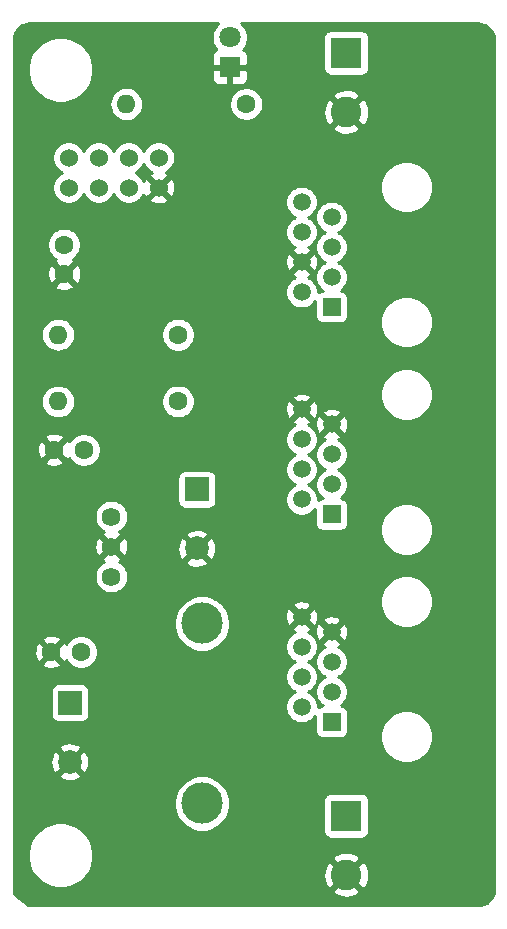
<source format=gbr>
G04 #@! TF.GenerationSoftware,KiCad,Pcbnew,(5.1.2)-2*
G04 #@! TF.CreationDate,2020-11-08T21:10:06-06:00*
G04 #@! TF.ProjectId,TempMonitor10PCB,54656d70-4d6f-46e6-9974-6f7231305043,rev?*
G04 #@! TF.SameCoordinates,Original*
G04 #@! TF.FileFunction,Copper,L2,Bot*
G04 #@! TF.FilePolarity,Positive*
%FSLAX46Y46*%
G04 Gerber Fmt 4.6, Leading zero omitted, Abs format (unit mm)*
G04 Created by KiCad (PCBNEW (5.1.2)-2) date 2020-11-08 21:10:06*
%MOMM*%
%LPD*%
G04 APERTURE LIST*
%ADD10C,2.600000*%
%ADD11R,2.600000X2.600000*%
%ADD12C,1.500000*%
%ADD13R,1.500000X1.500000*%
%ADD14C,1.590000*%
%ADD15O,1.600000X1.600000*%
%ADD16C,1.600000*%
%ADD17C,1.524000*%
%ADD18C,3.500000*%
%ADD19C,1.800000*%
%ADD20R,1.800000X1.800000*%
%ADD21C,2.000000*%
%ADD22R,2.000000X2.000000*%
%ADD23C,0.254000*%
G04 APERTURE END LIST*
D10*
X78816200Y-122754400D03*
D11*
X78816200Y-117754400D03*
D12*
X75046200Y-100907600D03*
X77586200Y-102177600D03*
X75046200Y-103447600D03*
X77586200Y-104717600D03*
X75046200Y-105987600D03*
X77586200Y-107257600D03*
X75046200Y-108527600D03*
D13*
X77586200Y-109797600D03*
D12*
X75046200Y-83350800D03*
X77586200Y-84620800D03*
X75046200Y-85890800D03*
X77586200Y-87160800D03*
X75046200Y-88430800D03*
X77586200Y-89700800D03*
X75046200Y-90970800D03*
D13*
X77586200Y-92240800D03*
D12*
X75046200Y-65794000D03*
X77586200Y-67064000D03*
X75046200Y-68334000D03*
X77586200Y-69604000D03*
X75046200Y-70874000D03*
X77586200Y-72144000D03*
X75046200Y-73414000D03*
D13*
X77586200Y-74684000D03*
D10*
X78816200Y-58162200D03*
D11*
X78816200Y-53162200D03*
D14*
X58941599Y-92418601D03*
X58941599Y-94958601D03*
X58941599Y-97498601D03*
D15*
X54432200Y-77012800D03*
D16*
X64592200Y-77012800D03*
D15*
X54432200Y-82677000D03*
D16*
X64592200Y-82677000D03*
D15*
X60198000Y-57505600D03*
D16*
X70358000Y-57505600D03*
D17*
X62941200Y-64566800D03*
X60401200Y-64566800D03*
X57861200Y-64566800D03*
X55321200Y-64566800D03*
X62941200Y-62026800D03*
X60401200Y-62026800D03*
X57861200Y-62026800D03*
X55321200Y-62026800D03*
D18*
X66598800Y-101473000D03*
X66598800Y-116713000D03*
D19*
X68961000Y-51841400D03*
D20*
X68961000Y-54381400D03*
D21*
X55422800Y-113178600D03*
D22*
X55422800Y-108178600D03*
D16*
X53862600Y-103886000D03*
X56362600Y-103886000D03*
X54096600Y-86769524D03*
X56596600Y-86769524D03*
X54940200Y-71892800D03*
X54940200Y-69392800D03*
D21*
X66167000Y-95119200D03*
D22*
X66167000Y-90119200D03*
D23*
G36*
X67768688Y-50862895D02*
G01*
X67600701Y-51114305D01*
X67484989Y-51393657D01*
X67426000Y-51690216D01*
X67426000Y-51992584D01*
X67484989Y-52289143D01*
X67600701Y-52568495D01*
X67768688Y-52819905D01*
X67835127Y-52886344D01*
X67816820Y-52891898D01*
X67706506Y-52950863D01*
X67609815Y-53030215D01*
X67530463Y-53126906D01*
X67471498Y-53237220D01*
X67435188Y-53356918D01*
X67422928Y-53481400D01*
X67426000Y-54095650D01*
X67584750Y-54254400D01*
X68834000Y-54254400D01*
X68834000Y-54234400D01*
X69088000Y-54234400D01*
X69088000Y-54254400D01*
X70337250Y-54254400D01*
X70496000Y-54095650D01*
X70499072Y-53481400D01*
X70486812Y-53356918D01*
X70450502Y-53237220D01*
X70391537Y-53126906D01*
X70312185Y-53030215D01*
X70215494Y-52950863D01*
X70105180Y-52891898D01*
X70086873Y-52886344D01*
X70153312Y-52819905D01*
X70321299Y-52568495D01*
X70437011Y-52289143D01*
X70496000Y-51992584D01*
X70496000Y-51862200D01*
X76878128Y-51862200D01*
X76878128Y-54462200D01*
X76890388Y-54586682D01*
X76926698Y-54706380D01*
X76985663Y-54816694D01*
X77065015Y-54913385D01*
X77161706Y-54992737D01*
X77272020Y-55051702D01*
X77391718Y-55088012D01*
X77516200Y-55100272D01*
X80116200Y-55100272D01*
X80240682Y-55088012D01*
X80360380Y-55051702D01*
X80470694Y-54992737D01*
X80567385Y-54913385D01*
X80646737Y-54816694D01*
X80705702Y-54706380D01*
X80742012Y-54586682D01*
X80754272Y-54462200D01*
X80754272Y-51862200D01*
X80742012Y-51737718D01*
X80705702Y-51618020D01*
X80646737Y-51507706D01*
X80567385Y-51411015D01*
X80470694Y-51331663D01*
X80360380Y-51272698D01*
X80240682Y-51236388D01*
X80116200Y-51224128D01*
X77516200Y-51224128D01*
X77391718Y-51236388D01*
X77272020Y-51272698D01*
X77161706Y-51331663D01*
X77065015Y-51411015D01*
X76985663Y-51507706D01*
X76926698Y-51618020D01*
X76890388Y-51737718D01*
X76878128Y-51862200D01*
X70496000Y-51862200D01*
X70496000Y-51690216D01*
X70437011Y-51393657D01*
X70321299Y-51114305D01*
X70153312Y-50862895D01*
X69950417Y-50660000D01*
X89967721Y-50660000D01*
X90259659Y-50688625D01*
X90509429Y-50764035D01*
X90610754Y-50817911D01*
X91164339Y-51356118D01*
X91232378Y-51481954D01*
X91309531Y-51731195D01*
X91340000Y-52021088D01*
X91340001Y-123967711D01*
X91311375Y-124259660D01*
X91235965Y-124509429D01*
X91161137Y-124650158D01*
X90734935Y-125115107D01*
X90518046Y-125232378D01*
X90268805Y-125309531D01*
X89978911Y-125340000D01*
X52032279Y-125340000D01*
X51887641Y-125325818D01*
X50717220Y-124355225D01*
X50690469Y-124268805D01*
X50673108Y-124103624D01*
X77646581Y-124103624D01*
X77778517Y-124398712D01*
X78119245Y-124569559D01*
X78486757Y-124670650D01*
X78866929Y-124698101D01*
X79245151Y-124650857D01*
X79606890Y-124530733D01*
X79853883Y-124398712D01*
X79985819Y-124103624D01*
X78816200Y-122934005D01*
X77646581Y-124103624D01*
X50673108Y-124103624D01*
X50660000Y-123978911D01*
X50660000Y-120825701D01*
X51850400Y-120825701D01*
X51850400Y-121374299D01*
X51957426Y-121912354D01*
X52167365Y-122419192D01*
X52472150Y-122875334D01*
X52860066Y-123263250D01*
X53316208Y-123568035D01*
X53823046Y-123777974D01*
X54361101Y-123885000D01*
X54909699Y-123885000D01*
X55447754Y-123777974D01*
X55954592Y-123568035D01*
X56410734Y-123263250D01*
X56798650Y-122875334D01*
X56845559Y-122805129D01*
X76872499Y-122805129D01*
X76919743Y-123183351D01*
X77039867Y-123545090D01*
X77171888Y-123792083D01*
X77466976Y-123924019D01*
X78636595Y-122754400D01*
X78995805Y-122754400D01*
X80165424Y-123924019D01*
X80460512Y-123792083D01*
X80631359Y-123451355D01*
X80732450Y-123083843D01*
X80759901Y-122703671D01*
X80712657Y-122325449D01*
X80592533Y-121963710D01*
X80460512Y-121716717D01*
X80165424Y-121584781D01*
X78995805Y-122754400D01*
X78636595Y-122754400D01*
X77466976Y-121584781D01*
X77171888Y-121716717D01*
X77001041Y-122057445D01*
X76899950Y-122424957D01*
X76872499Y-122805129D01*
X56845559Y-122805129D01*
X57103435Y-122419192D01*
X57313374Y-121912354D01*
X57414258Y-121405176D01*
X77646581Y-121405176D01*
X78816200Y-122574795D01*
X79985819Y-121405176D01*
X79853883Y-121110088D01*
X79513155Y-120939241D01*
X79145643Y-120838150D01*
X78765471Y-120810699D01*
X78387249Y-120857943D01*
X78025510Y-120978067D01*
X77778517Y-121110088D01*
X77646581Y-121405176D01*
X57414258Y-121405176D01*
X57420400Y-121374299D01*
X57420400Y-120825701D01*
X57313374Y-120287646D01*
X57103435Y-119780808D01*
X56798650Y-119324666D01*
X56410734Y-118936750D01*
X55954592Y-118631965D01*
X55447754Y-118422026D01*
X54909699Y-118315000D01*
X54361101Y-118315000D01*
X53823046Y-118422026D01*
X53316208Y-118631965D01*
X52860066Y-118936750D01*
X52472150Y-119324666D01*
X52167365Y-119780808D01*
X51957426Y-120287646D01*
X51850400Y-120825701D01*
X50660000Y-120825701D01*
X50660000Y-116478098D01*
X64213800Y-116478098D01*
X64213800Y-116947902D01*
X64305454Y-117408679D01*
X64485240Y-117842721D01*
X64746250Y-118233349D01*
X65078451Y-118565550D01*
X65469079Y-118826560D01*
X65903121Y-119006346D01*
X66363898Y-119098000D01*
X66833702Y-119098000D01*
X67294479Y-119006346D01*
X67728521Y-118826560D01*
X68119149Y-118565550D01*
X68451350Y-118233349D01*
X68712360Y-117842721D01*
X68892146Y-117408679D01*
X68983800Y-116947902D01*
X68983800Y-116478098D01*
X68979087Y-116454400D01*
X76878128Y-116454400D01*
X76878128Y-119054400D01*
X76890388Y-119178882D01*
X76926698Y-119298580D01*
X76985663Y-119408894D01*
X77065015Y-119505585D01*
X77161706Y-119584937D01*
X77272020Y-119643902D01*
X77391718Y-119680212D01*
X77516200Y-119692472D01*
X80116200Y-119692472D01*
X80240682Y-119680212D01*
X80360380Y-119643902D01*
X80470694Y-119584937D01*
X80567385Y-119505585D01*
X80646737Y-119408894D01*
X80705702Y-119298580D01*
X80742012Y-119178882D01*
X80754272Y-119054400D01*
X80754272Y-116454400D01*
X80742012Y-116329918D01*
X80705702Y-116210220D01*
X80646737Y-116099906D01*
X80567385Y-116003215D01*
X80470694Y-115923863D01*
X80360380Y-115864898D01*
X80240682Y-115828588D01*
X80116200Y-115816328D01*
X77516200Y-115816328D01*
X77391718Y-115828588D01*
X77272020Y-115864898D01*
X77161706Y-115923863D01*
X77065015Y-116003215D01*
X76985663Y-116099906D01*
X76926698Y-116210220D01*
X76890388Y-116329918D01*
X76878128Y-116454400D01*
X68979087Y-116454400D01*
X68892146Y-116017321D01*
X68712360Y-115583279D01*
X68451350Y-115192651D01*
X68119149Y-114860450D01*
X67728521Y-114599440D01*
X67294479Y-114419654D01*
X66833702Y-114328000D01*
X66363898Y-114328000D01*
X65903121Y-114419654D01*
X65469079Y-114599440D01*
X65078451Y-114860450D01*
X64746250Y-115192651D01*
X64485240Y-115583279D01*
X64305454Y-116017321D01*
X64213800Y-116478098D01*
X50660000Y-116478098D01*
X50660000Y-114314013D01*
X54466992Y-114314013D01*
X54562756Y-114578414D01*
X54852371Y-114719304D01*
X55163908Y-114800984D01*
X55485395Y-114820318D01*
X55804475Y-114776561D01*
X56108888Y-114671395D01*
X56282844Y-114578414D01*
X56378608Y-114314013D01*
X55422800Y-113358205D01*
X54466992Y-114314013D01*
X50660000Y-114314013D01*
X50660000Y-113241195D01*
X53781082Y-113241195D01*
X53824839Y-113560275D01*
X53930005Y-113864688D01*
X54022986Y-114038644D01*
X54287387Y-114134408D01*
X55243195Y-113178600D01*
X55602405Y-113178600D01*
X56558213Y-114134408D01*
X56822614Y-114038644D01*
X56963504Y-113749029D01*
X57045184Y-113437492D01*
X57064518Y-113116005D01*
X57020761Y-112796925D01*
X56915595Y-112492512D01*
X56822614Y-112318556D01*
X56558213Y-112222792D01*
X55602405Y-113178600D01*
X55243195Y-113178600D01*
X54287387Y-112222792D01*
X54022986Y-112318556D01*
X53882096Y-112608171D01*
X53800416Y-112919708D01*
X53781082Y-113241195D01*
X50660000Y-113241195D01*
X50660000Y-112043187D01*
X54466992Y-112043187D01*
X55422800Y-112998995D01*
X56378608Y-112043187D01*
X56282844Y-111778786D01*
X55993229Y-111637896D01*
X55681692Y-111556216D01*
X55360205Y-111536882D01*
X55041125Y-111580639D01*
X54736712Y-111685805D01*
X54562756Y-111778786D01*
X54466992Y-112043187D01*
X50660000Y-112043187D01*
X50660000Y-107178600D01*
X53784728Y-107178600D01*
X53784728Y-109178600D01*
X53796988Y-109303082D01*
X53833298Y-109422780D01*
X53892263Y-109533094D01*
X53971615Y-109629785D01*
X54068306Y-109709137D01*
X54178620Y-109768102D01*
X54298318Y-109804412D01*
X54422800Y-109816672D01*
X56422800Y-109816672D01*
X56547282Y-109804412D01*
X56666980Y-109768102D01*
X56777294Y-109709137D01*
X56873985Y-109629785D01*
X56953337Y-109533094D01*
X57012302Y-109422780D01*
X57048612Y-109303082D01*
X57060872Y-109178600D01*
X57060872Y-107178600D01*
X57048612Y-107054118D01*
X57012302Y-106934420D01*
X56953337Y-106824106D01*
X56873985Y-106727415D01*
X56777294Y-106648063D01*
X56666980Y-106589098D01*
X56547282Y-106552788D01*
X56422800Y-106540528D01*
X54422800Y-106540528D01*
X54298318Y-106552788D01*
X54178620Y-106589098D01*
X54068306Y-106648063D01*
X53971615Y-106727415D01*
X53892263Y-106824106D01*
X53833298Y-106934420D01*
X53796988Y-107054118D01*
X53784728Y-107178600D01*
X50660000Y-107178600D01*
X50660000Y-104878702D01*
X53049503Y-104878702D01*
X53121086Y-105122671D01*
X53376596Y-105243571D01*
X53650784Y-105312300D01*
X53933112Y-105326217D01*
X54212730Y-105284787D01*
X54478892Y-105189603D01*
X54604114Y-105122671D01*
X54675697Y-104878702D01*
X53862600Y-104065605D01*
X53049503Y-104878702D01*
X50660000Y-104878702D01*
X50660000Y-103956512D01*
X52422383Y-103956512D01*
X52463813Y-104236130D01*
X52558997Y-104502292D01*
X52625929Y-104627514D01*
X52869898Y-104699097D01*
X53682995Y-103886000D01*
X54042205Y-103886000D01*
X54855302Y-104699097D01*
X55099271Y-104627514D01*
X55112924Y-104598659D01*
X55247963Y-104800759D01*
X55447841Y-105000637D01*
X55682873Y-105157680D01*
X55944026Y-105265853D01*
X56221265Y-105321000D01*
X56503935Y-105321000D01*
X56781174Y-105265853D01*
X57042327Y-105157680D01*
X57277359Y-105000637D01*
X57477237Y-104800759D01*
X57634280Y-104565727D01*
X57742453Y-104304574D01*
X57797600Y-104027335D01*
X57797600Y-103744665D01*
X57742453Y-103467426D01*
X57634280Y-103206273D01*
X57477237Y-102971241D01*
X57277359Y-102771363D01*
X57042327Y-102614320D01*
X56781174Y-102506147D01*
X56503935Y-102451000D01*
X56221265Y-102451000D01*
X55944026Y-102506147D01*
X55682873Y-102614320D01*
X55447841Y-102771363D01*
X55247963Y-102971241D01*
X55113908Y-103171869D01*
X55099271Y-103144486D01*
X54855302Y-103072903D01*
X54042205Y-103886000D01*
X53682995Y-103886000D01*
X52869898Y-103072903D01*
X52625929Y-103144486D01*
X52505029Y-103399996D01*
X52436300Y-103674184D01*
X52422383Y-103956512D01*
X50660000Y-103956512D01*
X50660000Y-102893298D01*
X53049503Y-102893298D01*
X53862600Y-103706395D01*
X54675697Y-102893298D01*
X54604114Y-102649329D01*
X54348604Y-102528429D01*
X54074416Y-102459700D01*
X53792088Y-102445783D01*
X53512470Y-102487213D01*
X53246308Y-102582397D01*
X53121086Y-102649329D01*
X53049503Y-102893298D01*
X50660000Y-102893298D01*
X50660000Y-101238098D01*
X64213800Y-101238098D01*
X64213800Y-101707902D01*
X64305454Y-102168679D01*
X64485240Y-102602721D01*
X64746250Y-102993349D01*
X65078451Y-103325550D01*
X65469079Y-103586560D01*
X65903121Y-103766346D01*
X66363898Y-103858000D01*
X66833702Y-103858000D01*
X67294479Y-103766346D01*
X67728521Y-103586560D01*
X68119149Y-103325550D01*
X68133510Y-103311189D01*
X73661200Y-103311189D01*
X73661200Y-103584011D01*
X73714425Y-103851589D01*
X73818829Y-104103643D01*
X73970401Y-104330486D01*
X74163314Y-104523399D01*
X74390157Y-104674971D01*
X74493073Y-104717600D01*
X74390157Y-104760229D01*
X74163314Y-104911801D01*
X73970401Y-105104714D01*
X73818829Y-105331557D01*
X73714425Y-105583611D01*
X73661200Y-105851189D01*
X73661200Y-106124011D01*
X73714425Y-106391589D01*
X73818829Y-106643643D01*
X73970401Y-106870486D01*
X74163314Y-107063399D01*
X74390157Y-107214971D01*
X74493073Y-107257600D01*
X74390157Y-107300229D01*
X74163314Y-107451801D01*
X73970401Y-107644714D01*
X73818829Y-107871557D01*
X73714425Y-108123611D01*
X73661200Y-108391189D01*
X73661200Y-108664011D01*
X73714425Y-108931589D01*
X73818829Y-109183643D01*
X73970401Y-109410486D01*
X74163314Y-109603399D01*
X74390157Y-109754971D01*
X74642211Y-109859375D01*
X74909789Y-109912600D01*
X75182611Y-109912600D01*
X75450189Y-109859375D01*
X75702243Y-109754971D01*
X75929086Y-109603399D01*
X76121999Y-109410486D01*
X76198128Y-109296551D01*
X76198128Y-110547600D01*
X76210388Y-110672082D01*
X76246698Y-110791780D01*
X76305663Y-110902094D01*
X76385015Y-110998785D01*
X76481706Y-111078137D01*
X76592020Y-111137102D01*
X76711718Y-111173412D01*
X76836200Y-111185672D01*
X78336200Y-111185672D01*
X78460682Y-111173412D01*
X78580380Y-111137102D01*
X78690694Y-111078137D01*
X78787385Y-110998785D01*
X78866737Y-110902094D01*
X78895933Y-110847472D01*
X81701200Y-110847472D01*
X81701200Y-111287728D01*
X81787090Y-111719525D01*
X81955569Y-112126269D01*
X82200162Y-112492329D01*
X82511471Y-112803638D01*
X82877531Y-113048231D01*
X83284275Y-113216710D01*
X83716072Y-113302600D01*
X84156328Y-113302600D01*
X84588125Y-113216710D01*
X84994869Y-113048231D01*
X85360929Y-112803638D01*
X85672238Y-112492329D01*
X85916831Y-112126269D01*
X86085310Y-111719525D01*
X86171200Y-111287728D01*
X86171200Y-110847472D01*
X86085310Y-110415675D01*
X85916831Y-110008931D01*
X85672238Y-109642871D01*
X85360929Y-109331562D01*
X84994869Y-109086969D01*
X84588125Y-108918490D01*
X84156328Y-108832600D01*
X83716072Y-108832600D01*
X83284275Y-108918490D01*
X82877531Y-109086969D01*
X82511471Y-109331562D01*
X82200162Y-109642871D01*
X81955569Y-110008931D01*
X81787090Y-110415675D01*
X81701200Y-110847472D01*
X78895933Y-110847472D01*
X78925702Y-110791780D01*
X78962012Y-110672082D01*
X78974272Y-110547600D01*
X78974272Y-109047600D01*
X78962012Y-108923118D01*
X78925702Y-108803420D01*
X78866737Y-108693106D01*
X78787385Y-108596415D01*
X78690694Y-108517063D01*
X78580380Y-108458098D01*
X78460682Y-108421788D01*
X78352717Y-108411155D01*
X78469086Y-108333399D01*
X78661999Y-108140486D01*
X78813571Y-107913643D01*
X78917975Y-107661589D01*
X78971200Y-107394011D01*
X78971200Y-107121189D01*
X78917975Y-106853611D01*
X78813571Y-106601557D01*
X78661999Y-106374714D01*
X78469086Y-106181801D01*
X78242243Y-106030229D01*
X78139327Y-105987600D01*
X78242243Y-105944971D01*
X78469086Y-105793399D01*
X78661999Y-105600486D01*
X78813571Y-105373643D01*
X78917975Y-105121589D01*
X78971200Y-104854011D01*
X78971200Y-104581189D01*
X78917975Y-104313611D01*
X78813571Y-104061557D01*
X78661999Y-103834714D01*
X78469086Y-103641801D01*
X78242243Y-103490229D01*
X78142921Y-103449089D01*
X78185032Y-103433877D01*
X78298063Y-103373460D01*
X78363588Y-103134593D01*
X77586200Y-102357205D01*
X76808812Y-103134593D01*
X76874337Y-103373460D01*
X77032677Y-103447764D01*
X76930157Y-103490229D01*
X76703314Y-103641801D01*
X76510401Y-103834714D01*
X76358829Y-104061557D01*
X76254425Y-104313611D01*
X76201200Y-104581189D01*
X76201200Y-104854011D01*
X76254425Y-105121589D01*
X76358829Y-105373643D01*
X76510401Y-105600486D01*
X76703314Y-105793399D01*
X76930157Y-105944971D01*
X77033073Y-105987600D01*
X76930157Y-106030229D01*
X76703314Y-106181801D01*
X76510401Y-106374714D01*
X76358829Y-106601557D01*
X76254425Y-106853611D01*
X76201200Y-107121189D01*
X76201200Y-107394011D01*
X76254425Y-107661589D01*
X76358829Y-107913643D01*
X76510401Y-108140486D01*
X76703314Y-108333399D01*
X76819683Y-108411155D01*
X76711718Y-108421788D01*
X76592020Y-108458098D01*
X76481706Y-108517063D01*
X76431200Y-108558512D01*
X76431200Y-108391189D01*
X76377975Y-108123611D01*
X76273571Y-107871557D01*
X76121999Y-107644714D01*
X75929086Y-107451801D01*
X75702243Y-107300229D01*
X75599327Y-107257600D01*
X75702243Y-107214971D01*
X75929086Y-107063399D01*
X76121999Y-106870486D01*
X76273571Y-106643643D01*
X76377975Y-106391589D01*
X76431200Y-106124011D01*
X76431200Y-105851189D01*
X76377975Y-105583611D01*
X76273571Y-105331557D01*
X76121999Y-105104714D01*
X75929086Y-104911801D01*
X75702243Y-104760229D01*
X75599327Y-104717600D01*
X75702243Y-104674971D01*
X75929086Y-104523399D01*
X76121999Y-104330486D01*
X76273571Y-104103643D01*
X76377975Y-103851589D01*
X76431200Y-103584011D01*
X76431200Y-103311189D01*
X76377975Y-103043611D01*
X76273571Y-102791557D01*
X76121999Y-102564714D01*
X75929086Y-102371801D01*
X75746937Y-102250092D01*
X76196388Y-102250092D01*
X76237235Y-102519838D01*
X76329923Y-102776432D01*
X76390340Y-102889463D01*
X76629207Y-102954988D01*
X77406595Y-102177600D01*
X77765805Y-102177600D01*
X78543193Y-102954988D01*
X78782060Y-102889463D01*
X78897960Y-102642484D01*
X78963450Y-102377640D01*
X78976012Y-102105108D01*
X78935165Y-101835362D01*
X78842477Y-101578768D01*
X78782060Y-101465737D01*
X78543193Y-101400212D01*
X77765805Y-102177600D01*
X77406595Y-102177600D01*
X76629207Y-101400212D01*
X76390340Y-101465737D01*
X76274440Y-101712716D01*
X76208950Y-101977560D01*
X76196388Y-102250092D01*
X75746937Y-102250092D01*
X75702243Y-102220229D01*
X75602921Y-102179089D01*
X75645032Y-102163877D01*
X75758063Y-102103460D01*
X75823588Y-101864593D01*
X75046200Y-101087205D01*
X74268812Y-101864593D01*
X74334337Y-102103460D01*
X74492677Y-102177764D01*
X74390157Y-102220229D01*
X74163314Y-102371801D01*
X73970401Y-102564714D01*
X73818829Y-102791557D01*
X73714425Y-103043611D01*
X73661200Y-103311189D01*
X68133510Y-103311189D01*
X68451350Y-102993349D01*
X68712360Y-102602721D01*
X68892146Y-102168679D01*
X68983800Y-101707902D01*
X68983800Y-101238098D01*
X68932480Y-100980092D01*
X73656388Y-100980092D01*
X73697235Y-101249838D01*
X73789923Y-101506432D01*
X73850340Y-101619463D01*
X74089207Y-101684988D01*
X74866595Y-100907600D01*
X75225805Y-100907600D01*
X76003193Y-101684988D01*
X76242060Y-101619463D01*
X76357960Y-101372484D01*
X76395515Y-101220607D01*
X76808812Y-101220607D01*
X77586200Y-101997995D01*
X78363588Y-101220607D01*
X78298063Y-100981740D01*
X78051084Y-100865840D01*
X77786240Y-100800350D01*
X77513708Y-100787788D01*
X77243962Y-100828635D01*
X76987368Y-100921323D01*
X76874337Y-100981740D01*
X76808812Y-101220607D01*
X76395515Y-101220607D01*
X76423450Y-101107640D01*
X76436012Y-100835108D01*
X76395165Y-100565362D01*
X76302477Y-100308768D01*
X76242060Y-100195737D01*
X76003193Y-100130212D01*
X75225805Y-100907600D01*
X74866595Y-100907600D01*
X74089207Y-100130212D01*
X73850340Y-100195737D01*
X73734440Y-100442716D01*
X73668950Y-100707560D01*
X73656388Y-100980092D01*
X68932480Y-100980092D01*
X68892146Y-100777321D01*
X68712360Y-100343279D01*
X68451350Y-99952651D01*
X68449306Y-99950607D01*
X74268812Y-99950607D01*
X75046200Y-100727995D01*
X75823588Y-99950607D01*
X75758063Y-99711740D01*
X75511084Y-99595840D01*
X75246240Y-99530350D01*
X74973708Y-99517788D01*
X74703962Y-99558635D01*
X74447368Y-99651323D01*
X74334337Y-99711740D01*
X74268812Y-99950607D01*
X68449306Y-99950607D01*
X68119149Y-99620450D01*
X67815372Y-99417472D01*
X81701200Y-99417472D01*
X81701200Y-99857728D01*
X81787090Y-100289525D01*
X81955569Y-100696269D01*
X82200162Y-101062329D01*
X82511471Y-101373638D01*
X82877531Y-101618231D01*
X83284275Y-101786710D01*
X83716072Y-101872600D01*
X84156328Y-101872600D01*
X84588125Y-101786710D01*
X84994869Y-101618231D01*
X85360929Y-101373638D01*
X85672238Y-101062329D01*
X85916831Y-100696269D01*
X86085310Y-100289525D01*
X86171200Y-99857728D01*
X86171200Y-99417472D01*
X86085310Y-98985675D01*
X85916831Y-98578931D01*
X85672238Y-98212871D01*
X85360929Y-97901562D01*
X84994869Y-97656969D01*
X84588125Y-97488490D01*
X84156328Y-97402600D01*
X83716072Y-97402600D01*
X83284275Y-97488490D01*
X82877531Y-97656969D01*
X82511471Y-97901562D01*
X82200162Y-98212871D01*
X81955569Y-98578931D01*
X81787090Y-98985675D01*
X81701200Y-99417472D01*
X67815372Y-99417472D01*
X67728521Y-99359440D01*
X67294479Y-99179654D01*
X66833702Y-99088000D01*
X66363898Y-99088000D01*
X65903121Y-99179654D01*
X65469079Y-99359440D01*
X65078451Y-99620450D01*
X64746250Y-99952651D01*
X64485240Y-100343279D01*
X64305454Y-100777321D01*
X64213800Y-101238098D01*
X50660000Y-101238098D01*
X50660000Y-97357758D01*
X57511599Y-97357758D01*
X57511599Y-97639444D01*
X57566553Y-97915717D01*
X57674350Y-98175960D01*
X57830846Y-98410173D01*
X58030027Y-98609354D01*
X58264240Y-98765850D01*
X58524483Y-98873647D01*
X58800756Y-98928601D01*
X59082442Y-98928601D01*
X59358715Y-98873647D01*
X59618958Y-98765850D01*
X59853171Y-98609354D01*
X60052352Y-98410173D01*
X60208848Y-98175960D01*
X60316645Y-97915717D01*
X60371599Y-97639444D01*
X60371599Y-97357758D01*
X60316645Y-97081485D01*
X60208848Y-96821242D01*
X60052352Y-96587029D01*
X59853171Y-96387848D01*
X59653771Y-96254613D01*
X65211192Y-96254613D01*
X65306956Y-96519014D01*
X65596571Y-96659904D01*
X65908108Y-96741584D01*
X66229595Y-96760918D01*
X66548675Y-96717161D01*
X66853088Y-96611995D01*
X67027044Y-96519014D01*
X67122808Y-96254613D01*
X66167000Y-95298805D01*
X65211192Y-96254613D01*
X59653771Y-96254613D01*
X59618958Y-96231352D01*
X59611103Y-96228098D01*
X59680149Y-96191192D01*
X59751126Y-95947733D01*
X58941599Y-95138206D01*
X58132072Y-95947733D01*
X58203049Y-96191192D01*
X58276900Y-96226108D01*
X58264240Y-96231352D01*
X58030027Y-96387848D01*
X57830846Y-96587029D01*
X57674350Y-96821242D01*
X57566553Y-97081485D01*
X57511599Y-97357758D01*
X50660000Y-97357758D01*
X50660000Y-95029310D01*
X57506420Y-95029310D01*
X57547791Y-95307941D01*
X57642726Y-95573148D01*
X57709008Y-95697151D01*
X57952467Y-95768128D01*
X58761994Y-94958601D01*
X59121204Y-94958601D01*
X59930731Y-95768128D01*
X60174190Y-95697151D01*
X60294591Y-95442493D01*
X60359853Y-95181795D01*
X64525282Y-95181795D01*
X64569039Y-95500875D01*
X64674205Y-95805288D01*
X64767186Y-95979244D01*
X65031587Y-96075008D01*
X65987395Y-95119200D01*
X66346605Y-95119200D01*
X67302413Y-96075008D01*
X67566814Y-95979244D01*
X67707704Y-95689629D01*
X67789384Y-95378092D01*
X67808718Y-95056605D01*
X67764961Y-94737525D01*
X67659795Y-94433112D01*
X67566814Y-94259156D01*
X67302413Y-94163392D01*
X66346605Y-95119200D01*
X65987395Y-95119200D01*
X65031587Y-94163392D01*
X64767186Y-94259156D01*
X64626296Y-94548771D01*
X64544616Y-94860308D01*
X64525282Y-95181795D01*
X60359853Y-95181795D01*
X60362996Y-95169240D01*
X60376778Y-94887892D01*
X60335407Y-94609261D01*
X60240472Y-94344054D01*
X60174190Y-94220051D01*
X59930731Y-94149074D01*
X59121204Y-94958601D01*
X58761994Y-94958601D01*
X57952467Y-94149074D01*
X57709008Y-94220051D01*
X57588607Y-94474709D01*
X57520202Y-94747962D01*
X57506420Y-95029310D01*
X50660000Y-95029310D01*
X50660000Y-92277758D01*
X57511599Y-92277758D01*
X57511599Y-92559444D01*
X57566553Y-92835717D01*
X57674350Y-93095960D01*
X57830846Y-93330173D01*
X58030027Y-93529354D01*
X58264240Y-93685850D01*
X58272095Y-93689104D01*
X58203049Y-93726010D01*
X58132072Y-93969469D01*
X58941599Y-94778996D01*
X59736808Y-93983787D01*
X65211192Y-93983787D01*
X66167000Y-94939595D01*
X67122808Y-93983787D01*
X67027044Y-93719386D01*
X66737429Y-93578496D01*
X66425892Y-93496816D01*
X66104405Y-93477482D01*
X65785325Y-93521239D01*
X65480912Y-93626405D01*
X65306956Y-93719386D01*
X65211192Y-93983787D01*
X59736808Y-93983787D01*
X59751126Y-93969469D01*
X59680149Y-93726010D01*
X59606298Y-93691094D01*
X59618958Y-93685850D01*
X59853171Y-93529354D01*
X60052352Y-93330173D01*
X60208848Y-93095960D01*
X60316645Y-92835717D01*
X60371599Y-92559444D01*
X60371599Y-92277758D01*
X60316645Y-92001485D01*
X60208848Y-91741242D01*
X60052352Y-91507029D01*
X59853171Y-91307848D01*
X59618958Y-91151352D01*
X59358715Y-91043555D01*
X59082442Y-90988601D01*
X58800756Y-90988601D01*
X58524483Y-91043555D01*
X58264240Y-91151352D01*
X58030027Y-91307848D01*
X57830846Y-91507029D01*
X57674350Y-91741242D01*
X57566553Y-92001485D01*
X57511599Y-92277758D01*
X50660000Y-92277758D01*
X50660000Y-89119200D01*
X64528928Y-89119200D01*
X64528928Y-91119200D01*
X64541188Y-91243682D01*
X64577498Y-91363380D01*
X64636463Y-91473694D01*
X64715815Y-91570385D01*
X64812506Y-91649737D01*
X64922820Y-91708702D01*
X65042518Y-91745012D01*
X65167000Y-91757272D01*
X67167000Y-91757272D01*
X67291482Y-91745012D01*
X67411180Y-91708702D01*
X67521494Y-91649737D01*
X67618185Y-91570385D01*
X67697537Y-91473694D01*
X67756502Y-91363380D01*
X67792812Y-91243682D01*
X67805072Y-91119200D01*
X67805072Y-89119200D01*
X67792812Y-88994718D01*
X67756502Y-88875020D01*
X67697537Y-88764706D01*
X67618185Y-88668015D01*
X67521494Y-88588663D01*
X67411180Y-88529698D01*
X67291482Y-88493388D01*
X67167000Y-88481128D01*
X65167000Y-88481128D01*
X65042518Y-88493388D01*
X64922820Y-88529698D01*
X64812506Y-88588663D01*
X64715815Y-88668015D01*
X64636463Y-88764706D01*
X64577498Y-88875020D01*
X64541188Y-88994718D01*
X64528928Y-89119200D01*
X50660000Y-89119200D01*
X50660000Y-87762226D01*
X53283503Y-87762226D01*
X53355086Y-88006195D01*
X53610596Y-88127095D01*
X53884784Y-88195824D01*
X54167112Y-88209741D01*
X54446730Y-88168311D01*
X54712892Y-88073127D01*
X54838114Y-88006195D01*
X54909697Y-87762226D01*
X54096600Y-86949129D01*
X53283503Y-87762226D01*
X50660000Y-87762226D01*
X50660000Y-86840036D01*
X52656383Y-86840036D01*
X52697813Y-87119654D01*
X52792997Y-87385816D01*
X52859929Y-87511038D01*
X53103898Y-87582621D01*
X53916995Y-86769524D01*
X54276205Y-86769524D01*
X55089302Y-87582621D01*
X55333271Y-87511038D01*
X55346924Y-87482183D01*
X55481963Y-87684283D01*
X55681841Y-87884161D01*
X55916873Y-88041204D01*
X56178026Y-88149377D01*
X56455265Y-88204524D01*
X56737935Y-88204524D01*
X57015174Y-88149377D01*
X57276327Y-88041204D01*
X57511359Y-87884161D01*
X57711237Y-87684283D01*
X57868280Y-87449251D01*
X57976453Y-87188098D01*
X58031600Y-86910859D01*
X58031600Y-86628189D01*
X57976453Y-86350950D01*
X57868280Y-86089797D01*
X57711237Y-85854765D01*
X57610861Y-85754389D01*
X73661200Y-85754389D01*
X73661200Y-86027211D01*
X73714425Y-86294789D01*
X73818829Y-86546843D01*
X73970401Y-86773686D01*
X74163314Y-86966599D01*
X74390157Y-87118171D01*
X74493073Y-87160800D01*
X74390157Y-87203429D01*
X74163314Y-87355001D01*
X73970401Y-87547914D01*
X73818829Y-87774757D01*
X73714425Y-88026811D01*
X73661200Y-88294389D01*
X73661200Y-88567211D01*
X73714425Y-88834789D01*
X73818829Y-89086843D01*
X73970401Y-89313686D01*
X74163314Y-89506599D01*
X74390157Y-89658171D01*
X74493073Y-89700800D01*
X74390157Y-89743429D01*
X74163314Y-89895001D01*
X73970401Y-90087914D01*
X73818829Y-90314757D01*
X73714425Y-90566811D01*
X73661200Y-90834389D01*
X73661200Y-91107211D01*
X73714425Y-91374789D01*
X73818829Y-91626843D01*
X73970401Y-91853686D01*
X74163314Y-92046599D01*
X74390157Y-92198171D01*
X74642211Y-92302575D01*
X74909789Y-92355800D01*
X75182611Y-92355800D01*
X75450189Y-92302575D01*
X75702243Y-92198171D01*
X75929086Y-92046599D01*
X76121999Y-91853686D01*
X76198128Y-91739751D01*
X76198128Y-92990800D01*
X76210388Y-93115282D01*
X76246698Y-93234980D01*
X76305663Y-93345294D01*
X76385015Y-93441985D01*
X76481706Y-93521337D01*
X76592020Y-93580302D01*
X76711718Y-93616612D01*
X76836200Y-93628872D01*
X78336200Y-93628872D01*
X78460682Y-93616612D01*
X78580380Y-93580302D01*
X78690694Y-93521337D01*
X78787385Y-93441985D01*
X78866737Y-93345294D01*
X78895933Y-93290672D01*
X81701200Y-93290672D01*
X81701200Y-93730928D01*
X81787090Y-94162725D01*
X81955569Y-94569469D01*
X82200162Y-94935529D01*
X82511471Y-95246838D01*
X82877531Y-95491431D01*
X83284275Y-95659910D01*
X83716072Y-95745800D01*
X84156328Y-95745800D01*
X84588125Y-95659910D01*
X84994869Y-95491431D01*
X85360929Y-95246838D01*
X85672238Y-94935529D01*
X85916831Y-94569469D01*
X86085310Y-94162725D01*
X86171200Y-93730928D01*
X86171200Y-93290672D01*
X86085310Y-92858875D01*
X85916831Y-92452131D01*
X85672238Y-92086071D01*
X85360929Y-91774762D01*
X84994869Y-91530169D01*
X84588125Y-91361690D01*
X84156328Y-91275800D01*
X83716072Y-91275800D01*
X83284275Y-91361690D01*
X82877531Y-91530169D01*
X82511471Y-91774762D01*
X82200162Y-92086071D01*
X81955569Y-92452131D01*
X81787090Y-92858875D01*
X81701200Y-93290672D01*
X78895933Y-93290672D01*
X78925702Y-93234980D01*
X78962012Y-93115282D01*
X78974272Y-92990800D01*
X78974272Y-91490800D01*
X78962012Y-91366318D01*
X78925702Y-91246620D01*
X78866737Y-91136306D01*
X78787385Y-91039615D01*
X78690694Y-90960263D01*
X78580380Y-90901298D01*
X78460682Y-90864988D01*
X78352717Y-90854355D01*
X78469086Y-90776599D01*
X78661999Y-90583686D01*
X78813571Y-90356843D01*
X78917975Y-90104789D01*
X78971200Y-89837211D01*
X78971200Y-89564389D01*
X78917975Y-89296811D01*
X78813571Y-89044757D01*
X78661999Y-88817914D01*
X78469086Y-88625001D01*
X78242243Y-88473429D01*
X78139327Y-88430800D01*
X78242243Y-88388171D01*
X78469086Y-88236599D01*
X78661999Y-88043686D01*
X78813571Y-87816843D01*
X78917975Y-87564789D01*
X78971200Y-87297211D01*
X78971200Y-87024389D01*
X78917975Y-86756811D01*
X78813571Y-86504757D01*
X78661999Y-86277914D01*
X78469086Y-86085001D01*
X78242243Y-85933429D01*
X78142921Y-85892289D01*
X78185032Y-85877077D01*
X78298063Y-85816660D01*
X78363588Y-85577793D01*
X77586200Y-84800405D01*
X76808812Y-85577793D01*
X76874337Y-85816660D01*
X77032677Y-85890964D01*
X76930157Y-85933429D01*
X76703314Y-86085001D01*
X76510401Y-86277914D01*
X76358829Y-86504757D01*
X76254425Y-86756811D01*
X76201200Y-87024389D01*
X76201200Y-87297211D01*
X76254425Y-87564789D01*
X76358829Y-87816843D01*
X76510401Y-88043686D01*
X76703314Y-88236599D01*
X76930157Y-88388171D01*
X77033073Y-88430800D01*
X76930157Y-88473429D01*
X76703314Y-88625001D01*
X76510401Y-88817914D01*
X76358829Y-89044757D01*
X76254425Y-89296811D01*
X76201200Y-89564389D01*
X76201200Y-89837211D01*
X76254425Y-90104789D01*
X76358829Y-90356843D01*
X76510401Y-90583686D01*
X76703314Y-90776599D01*
X76819683Y-90854355D01*
X76711718Y-90864988D01*
X76592020Y-90901298D01*
X76481706Y-90960263D01*
X76431200Y-91001712D01*
X76431200Y-90834389D01*
X76377975Y-90566811D01*
X76273571Y-90314757D01*
X76121999Y-90087914D01*
X75929086Y-89895001D01*
X75702243Y-89743429D01*
X75599327Y-89700800D01*
X75702243Y-89658171D01*
X75929086Y-89506599D01*
X76121999Y-89313686D01*
X76273571Y-89086843D01*
X76377975Y-88834789D01*
X76431200Y-88567211D01*
X76431200Y-88294389D01*
X76377975Y-88026811D01*
X76273571Y-87774757D01*
X76121999Y-87547914D01*
X75929086Y-87355001D01*
X75702243Y-87203429D01*
X75599327Y-87160800D01*
X75702243Y-87118171D01*
X75929086Y-86966599D01*
X76121999Y-86773686D01*
X76273571Y-86546843D01*
X76377975Y-86294789D01*
X76431200Y-86027211D01*
X76431200Y-85754389D01*
X76377975Y-85486811D01*
X76273571Y-85234757D01*
X76121999Y-85007914D01*
X75929086Y-84815001D01*
X75746937Y-84693292D01*
X76196388Y-84693292D01*
X76237235Y-84963038D01*
X76329923Y-85219632D01*
X76390340Y-85332663D01*
X76629207Y-85398188D01*
X77406595Y-84620800D01*
X77765805Y-84620800D01*
X78543193Y-85398188D01*
X78782060Y-85332663D01*
X78897960Y-85085684D01*
X78963450Y-84820840D01*
X78976012Y-84548308D01*
X78935165Y-84278562D01*
X78842477Y-84021968D01*
X78782060Y-83908937D01*
X78543193Y-83843412D01*
X77765805Y-84620800D01*
X77406595Y-84620800D01*
X76629207Y-83843412D01*
X76390340Y-83908937D01*
X76274440Y-84155916D01*
X76208950Y-84420760D01*
X76196388Y-84693292D01*
X75746937Y-84693292D01*
X75702243Y-84663429D01*
X75602921Y-84622289D01*
X75645032Y-84607077D01*
X75758063Y-84546660D01*
X75823588Y-84307793D01*
X75046200Y-83530405D01*
X74268812Y-84307793D01*
X74334337Y-84546660D01*
X74492677Y-84620964D01*
X74390157Y-84663429D01*
X74163314Y-84815001D01*
X73970401Y-85007914D01*
X73818829Y-85234757D01*
X73714425Y-85486811D01*
X73661200Y-85754389D01*
X57610861Y-85754389D01*
X57511359Y-85654887D01*
X57276327Y-85497844D01*
X57015174Y-85389671D01*
X56737935Y-85334524D01*
X56455265Y-85334524D01*
X56178026Y-85389671D01*
X55916873Y-85497844D01*
X55681841Y-85654887D01*
X55481963Y-85854765D01*
X55347908Y-86055393D01*
X55333271Y-86028010D01*
X55089302Y-85956427D01*
X54276205Y-86769524D01*
X53916995Y-86769524D01*
X53103898Y-85956427D01*
X52859929Y-86028010D01*
X52739029Y-86283520D01*
X52670300Y-86557708D01*
X52656383Y-86840036D01*
X50660000Y-86840036D01*
X50660000Y-85776822D01*
X53283503Y-85776822D01*
X54096600Y-86589919D01*
X54909697Y-85776822D01*
X54838114Y-85532853D01*
X54582604Y-85411953D01*
X54308416Y-85343224D01*
X54026088Y-85329307D01*
X53746470Y-85370737D01*
X53480308Y-85465921D01*
X53355086Y-85532853D01*
X53283503Y-85776822D01*
X50660000Y-85776822D01*
X50660000Y-82677000D01*
X52990257Y-82677000D01*
X53017964Y-82958309D01*
X53100018Y-83228808D01*
X53233268Y-83478101D01*
X53412592Y-83696608D01*
X53631099Y-83875932D01*
X53880392Y-84009182D01*
X54150891Y-84091236D01*
X54361708Y-84112000D01*
X54502692Y-84112000D01*
X54713509Y-84091236D01*
X54984008Y-84009182D01*
X55233301Y-83875932D01*
X55451808Y-83696608D01*
X55631132Y-83478101D01*
X55764382Y-83228808D01*
X55846436Y-82958309D01*
X55874143Y-82677000D01*
X55860223Y-82535665D01*
X63157200Y-82535665D01*
X63157200Y-82818335D01*
X63212347Y-83095574D01*
X63320520Y-83356727D01*
X63477563Y-83591759D01*
X63677441Y-83791637D01*
X63912473Y-83948680D01*
X64173626Y-84056853D01*
X64450865Y-84112000D01*
X64733535Y-84112000D01*
X65010774Y-84056853D01*
X65271927Y-83948680D01*
X65506959Y-83791637D01*
X65706837Y-83591759D01*
X65819402Y-83423292D01*
X73656388Y-83423292D01*
X73697235Y-83693038D01*
X73789923Y-83949632D01*
X73850340Y-84062663D01*
X74089207Y-84128188D01*
X74866595Y-83350800D01*
X75225805Y-83350800D01*
X76003193Y-84128188D01*
X76242060Y-84062663D01*
X76357960Y-83815684D01*
X76395515Y-83663807D01*
X76808812Y-83663807D01*
X77586200Y-84441195D01*
X78363588Y-83663807D01*
X78298063Y-83424940D01*
X78051084Y-83309040D01*
X77786240Y-83243550D01*
X77513708Y-83230988D01*
X77243962Y-83271835D01*
X76987368Y-83364523D01*
X76874337Y-83424940D01*
X76808812Y-83663807D01*
X76395515Y-83663807D01*
X76423450Y-83550840D01*
X76436012Y-83278308D01*
X76395165Y-83008562D01*
X76302477Y-82751968D01*
X76242060Y-82638937D01*
X76003193Y-82573412D01*
X75225805Y-83350800D01*
X74866595Y-83350800D01*
X74089207Y-82573412D01*
X73850340Y-82638937D01*
X73734440Y-82885916D01*
X73668950Y-83150760D01*
X73656388Y-83423292D01*
X65819402Y-83423292D01*
X65863880Y-83356727D01*
X65972053Y-83095574D01*
X66027200Y-82818335D01*
X66027200Y-82535665D01*
X65998983Y-82393807D01*
X74268812Y-82393807D01*
X75046200Y-83171195D01*
X75823588Y-82393807D01*
X75758063Y-82154940D01*
X75511084Y-82039040D01*
X75246240Y-81973550D01*
X74973708Y-81960988D01*
X74703962Y-82001835D01*
X74447368Y-82094523D01*
X74334337Y-82154940D01*
X74268812Y-82393807D01*
X65998983Y-82393807D01*
X65972053Y-82258426D01*
X65863880Y-81997273D01*
X65772607Y-81860672D01*
X81701200Y-81860672D01*
X81701200Y-82300928D01*
X81787090Y-82732725D01*
X81955569Y-83139469D01*
X82200162Y-83505529D01*
X82511471Y-83816838D01*
X82877531Y-84061431D01*
X83284275Y-84229910D01*
X83716072Y-84315800D01*
X84156328Y-84315800D01*
X84588125Y-84229910D01*
X84994869Y-84061431D01*
X85360929Y-83816838D01*
X85672238Y-83505529D01*
X85916831Y-83139469D01*
X86085310Y-82732725D01*
X86171200Y-82300928D01*
X86171200Y-81860672D01*
X86085310Y-81428875D01*
X85916831Y-81022131D01*
X85672238Y-80656071D01*
X85360929Y-80344762D01*
X84994869Y-80100169D01*
X84588125Y-79931690D01*
X84156328Y-79845800D01*
X83716072Y-79845800D01*
X83284275Y-79931690D01*
X82877531Y-80100169D01*
X82511471Y-80344762D01*
X82200162Y-80656071D01*
X81955569Y-81022131D01*
X81787090Y-81428875D01*
X81701200Y-81860672D01*
X65772607Y-81860672D01*
X65706837Y-81762241D01*
X65506959Y-81562363D01*
X65271927Y-81405320D01*
X65010774Y-81297147D01*
X64733535Y-81242000D01*
X64450865Y-81242000D01*
X64173626Y-81297147D01*
X63912473Y-81405320D01*
X63677441Y-81562363D01*
X63477563Y-81762241D01*
X63320520Y-81997273D01*
X63212347Y-82258426D01*
X63157200Y-82535665D01*
X55860223Y-82535665D01*
X55846436Y-82395691D01*
X55764382Y-82125192D01*
X55631132Y-81875899D01*
X55451808Y-81657392D01*
X55233301Y-81478068D01*
X54984008Y-81344818D01*
X54713509Y-81262764D01*
X54502692Y-81242000D01*
X54361708Y-81242000D01*
X54150891Y-81262764D01*
X53880392Y-81344818D01*
X53631099Y-81478068D01*
X53412592Y-81657392D01*
X53233268Y-81875899D01*
X53100018Y-82125192D01*
X53017964Y-82395691D01*
X52990257Y-82677000D01*
X50660000Y-82677000D01*
X50660000Y-77012800D01*
X52990257Y-77012800D01*
X53017964Y-77294109D01*
X53100018Y-77564608D01*
X53233268Y-77813901D01*
X53412592Y-78032408D01*
X53631099Y-78211732D01*
X53880392Y-78344982D01*
X54150891Y-78427036D01*
X54361708Y-78447800D01*
X54502692Y-78447800D01*
X54713509Y-78427036D01*
X54984008Y-78344982D01*
X55233301Y-78211732D01*
X55451808Y-78032408D01*
X55631132Y-77813901D01*
X55764382Y-77564608D01*
X55846436Y-77294109D01*
X55874143Y-77012800D01*
X55860223Y-76871465D01*
X63157200Y-76871465D01*
X63157200Y-77154135D01*
X63212347Y-77431374D01*
X63320520Y-77692527D01*
X63477563Y-77927559D01*
X63677441Y-78127437D01*
X63912473Y-78284480D01*
X64173626Y-78392653D01*
X64450865Y-78447800D01*
X64733535Y-78447800D01*
X65010774Y-78392653D01*
X65271927Y-78284480D01*
X65506959Y-78127437D01*
X65706837Y-77927559D01*
X65863880Y-77692527D01*
X65972053Y-77431374D01*
X66027200Y-77154135D01*
X66027200Y-76871465D01*
X65972053Y-76594226D01*
X65863880Y-76333073D01*
X65706837Y-76098041D01*
X65506959Y-75898163D01*
X65271927Y-75741120D01*
X65010774Y-75632947D01*
X64733535Y-75577800D01*
X64450865Y-75577800D01*
X64173626Y-75632947D01*
X63912473Y-75741120D01*
X63677441Y-75898163D01*
X63477563Y-76098041D01*
X63320520Y-76333073D01*
X63212347Y-76594226D01*
X63157200Y-76871465D01*
X55860223Y-76871465D01*
X55846436Y-76731491D01*
X55764382Y-76460992D01*
X55631132Y-76211699D01*
X55451808Y-75993192D01*
X55233301Y-75813868D01*
X54984008Y-75680618D01*
X54713509Y-75598564D01*
X54502692Y-75577800D01*
X54361708Y-75577800D01*
X54150891Y-75598564D01*
X53880392Y-75680618D01*
X53631099Y-75813868D01*
X53412592Y-75993192D01*
X53233268Y-76211699D01*
X53100018Y-76460992D01*
X53017964Y-76731491D01*
X52990257Y-77012800D01*
X50660000Y-77012800D01*
X50660000Y-72885502D01*
X54127103Y-72885502D01*
X54198686Y-73129471D01*
X54454196Y-73250371D01*
X54728384Y-73319100D01*
X55010712Y-73333017D01*
X55290330Y-73291587D01*
X55329472Y-73277589D01*
X73661200Y-73277589D01*
X73661200Y-73550411D01*
X73714425Y-73817989D01*
X73818829Y-74070043D01*
X73970401Y-74296886D01*
X74163314Y-74489799D01*
X74390157Y-74641371D01*
X74642211Y-74745775D01*
X74909789Y-74799000D01*
X75182611Y-74799000D01*
X75450189Y-74745775D01*
X75702243Y-74641371D01*
X75929086Y-74489799D01*
X76121999Y-74296886D01*
X76198128Y-74182951D01*
X76198128Y-75434000D01*
X76210388Y-75558482D01*
X76246698Y-75678180D01*
X76305663Y-75788494D01*
X76385015Y-75885185D01*
X76481706Y-75964537D01*
X76592020Y-76023502D01*
X76711718Y-76059812D01*
X76836200Y-76072072D01*
X78336200Y-76072072D01*
X78460682Y-76059812D01*
X78580380Y-76023502D01*
X78690694Y-75964537D01*
X78787385Y-75885185D01*
X78866737Y-75788494D01*
X78895933Y-75733872D01*
X81701200Y-75733872D01*
X81701200Y-76174128D01*
X81787090Y-76605925D01*
X81955569Y-77012669D01*
X82200162Y-77378729D01*
X82511471Y-77690038D01*
X82877531Y-77934631D01*
X83284275Y-78103110D01*
X83716072Y-78189000D01*
X84156328Y-78189000D01*
X84588125Y-78103110D01*
X84994869Y-77934631D01*
X85360929Y-77690038D01*
X85672238Y-77378729D01*
X85916831Y-77012669D01*
X86085310Y-76605925D01*
X86171200Y-76174128D01*
X86171200Y-75733872D01*
X86085310Y-75302075D01*
X85916831Y-74895331D01*
X85672238Y-74529271D01*
X85360929Y-74217962D01*
X84994869Y-73973369D01*
X84588125Y-73804890D01*
X84156328Y-73719000D01*
X83716072Y-73719000D01*
X83284275Y-73804890D01*
X82877531Y-73973369D01*
X82511471Y-74217962D01*
X82200162Y-74529271D01*
X81955569Y-74895331D01*
X81787090Y-75302075D01*
X81701200Y-75733872D01*
X78895933Y-75733872D01*
X78925702Y-75678180D01*
X78962012Y-75558482D01*
X78974272Y-75434000D01*
X78974272Y-73934000D01*
X78962012Y-73809518D01*
X78925702Y-73689820D01*
X78866737Y-73579506D01*
X78787385Y-73482815D01*
X78690694Y-73403463D01*
X78580380Y-73344498D01*
X78460682Y-73308188D01*
X78352717Y-73297555D01*
X78469086Y-73219799D01*
X78661999Y-73026886D01*
X78813571Y-72800043D01*
X78917975Y-72547989D01*
X78971200Y-72280411D01*
X78971200Y-72007589D01*
X78917975Y-71740011D01*
X78813571Y-71487957D01*
X78661999Y-71261114D01*
X78469086Y-71068201D01*
X78242243Y-70916629D01*
X78139327Y-70874000D01*
X78242243Y-70831371D01*
X78469086Y-70679799D01*
X78661999Y-70486886D01*
X78813571Y-70260043D01*
X78917975Y-70007989D01*
X78971200Y-69740411D01*
X78971200Y-69467589D01*
X78917975Y-69200011D01*
X78813571Y-68947957D01*
X78661999Y-68721114D01*
X78469086Y-68528201D01*
X78242243Y-68376629D01*
X78139327Y-68334000D01*
X78242243Y-68291371D01*
X78469086Y-68139799D01*
X78661999Y-67946886D01*
X78813571Y-67720043D01*
X78917975Y-67467989D01*
X78971200Y-67200411D01*
X78971200Y-66927589D01*
X78917975Y-66660011D01*
X78813571Y-66407957D01*
X78661999Y-66181114D01*
X78469086Y-65988201D01*
X78242243Y-65836629D01*
X77990189Y-65732225D01*
X77722611Y-65679000D01*
X77449789Y-65679000D01*
X77182211Y-65732225D01*
X76930157Y-65836629D01*
X76703314Y-65988201D01*
X76510401Y-66181114D01*
X76358829Y-66407957D01*
X76254425Y-66660011D01*
X76201200Y-66927589D01*
X76201200Y-67200411D01*
X76254425Y-67467989D01*
X76358829Y-67720043D01*
X76510401Y-67946886D01*
X76703314Y-68139799D01*
X76930157Y-68291371D01*
X77033073Y-68334000D01*
X76930157Y-68376629D01*
X76703314Y-68528201D01*
X76510401Y-68721114D01*
X76358829Y-68947957D01*
X76254425Y-69200011D01*
X76201200Y-69467589D01*
X76201200Y-69740411D01*
X76254425Y-70007989D01*
X76358829Y-70260043D01*
X76510401Y-70486886D01*
X76703314Y-70679799D01*
X76930157Y-70831371D01*
X77033073Y-70874000D01*
X76930157Y-70916629D01*
X76703314Y-71068201D01*
X76510401Y-71261114D01*
X76358829Y-71487957D01*
X76254425Y-71740011D01*
X76201200Y-72007589D01*
X76201200Y-72280411D01*
X76254425Y-72547989D01*
X76358829Y-72800043D01*
X76510401Y-73026886D01*
X76703314Y-73219799D01*
X76819683Y-73297555D01*
X76711718Y-73308188D01*
X76592020Y-73344498D01*
X76481706Y-73403463D01*
X76431200Y-73444912D01*
X76431200Y-73277589D01*
X76377975Y-73010011D01*
X76273571Y-72757957D01*
X76121999Y-72531114D01*
X75929086Y-72338201D01*
X75702243Y-72186629D01*
X75602921Y-72145489D01*
X75645032Y-72130277D01*
X75758063Y-72069860D01*
X75823588Y-71830993D01*
X75046200Y-71053605D01*
X74268812Y-71830993D01*
X74334337Y-72069860D01*
X74492677Y-72144164D01*
X74390157Y-72186629D01*
X74163314Y-72338201D01*
X73970401Y-72531114D01*
X73818829Y-72757957D01*
X73714425Y-73010011D01*
X73661200Y-73277589D01*
X55329472Y-73277589D01*
X55556492Y-73196403D01*
X55681714Y-73129471D01*
X55753297Y-72885502D01*
X54940200Y-72072405D01*
X54127103Y-72885502D01*
X50660000Y-72885502D01*
X50660000Y-71963312D01*
X53499983Y-71963312D01*
X53541413Y-72242930D01*
X53636597Y-72509092D01*
X53703529Y-72634314D01*
X53947498Y-72705897D01*
X54760595Y-71892800D01*
X55119805Y-71892800D01*
X55932902Y-72705897D01*
X56176871Y-72634314D01*
X56297771Y-72378804D01*
X56366500Y-72104616D01*
X56380417Y-71822288D01*
X56338987Y-71542670D01*
X56243803Y-71276508D01*
X56176871Y-71151286D01*
X55932902Y-71079703D01*
X55119805Y-71892800D01*
X54760595Y-71892800D01*
X53947498Y-71079703D01*
X53703529Y-71151286D01*
X53582629Y-71406796D01*
X53513900Y-71680984D01*
X53499983Y-71963312D01*
X50660000Y-71963312D01*
X50660000Y-69251465D01*
X53505200Y-69251465D01*
X53505200Y-69534135D01*
X53560347Y-69811374D01*
X53668520Y-70072527D01*
X53825563Y-70307559D01*
X54025441Y-70507437D01*
X54226069Y-70641492D01*
X54198686Y-70656129D01*
X54127103Y-70900098D01*
X54940200Y-71713195D01*
X55706903Y-70946492D01*
X73656388Y-70946492D01*
X73697235Y-71216238D01*
X73789923Y-71472832D01*
X73850340Y-71585863D01*
X74089207Y-71651388D01*
X74866595Y-70874000D01*
X75225805Y-70874000D01*
X76003193Y-71651388D01*
X76242060Y-71585863D01*
X76357960Y-71338884D01*
X76423450Y-71074040D01*
X76436012Y-70801508D01*
X76395165Y-70531762D01*
X76302477Y-70275168D01*
X76242060Y-70162137D01*
X76003193Y-70096612D01*
X75225805Y-70874000D01*
X74866595Y-70874000D01*
X74089207Y-70096612D01*
X73850340Y-70162137D01*
X73734440Y-70409116D01*
X73668950Y-70673960D01*
X73656388Y-70946492D01*
X55706903Y-70946492D01*
X55753297Y-70900098D01*
X55681714Y-70656129D01*
X55652859Y-70642476D01*
X55854959Y-70507437D01*
X56054837Y-70307559D01*
X56211880Y-70072527D01*
X56320053Y-69811374D01*
X56375200Y-69534135D01*
X56375200Y-69251465D01*
X56320053Y-68974226D01*
X56211880Y-68713073D01*
X56054837Y-68478041D01*
X55854959Y-68278163D01*
X55619927Y-68121120D01*
X55358774Y-68012947D01*
X55081535Y-67957800D01*
X54798865Y-67957800D01*
X54521626Y-68012947D01*
X54260473Y-68121120D01*
X54025441Y-68278163D01*
X53825563Y-68478041D01*
X53668520Y-68713073D01*
X53560347Y-68974226D01*
X53505200Y-69251465D01*
X50660000Y-69251465D01*
X50660000Y-61889208D01*
X53924200Y-61889208D01*
X53924200Y-62164392D01*
X53977886Y-62434290D01*
X54083195Y-62688527D01*
X54236080Y-62917335D01*
X54430665Y-63111920D01*
X54659473Y-63264805D01*
X54736715Y-63296800D01*
X54659473Y-63328795D01*
X54430665Y-63481680D01*
X54236080Y-63676265D01*
X54083195Y-63905073D01*
X53977886Y-64159310D01*
X53924200Y-64429208D01*
X53924200Y-64704392D01*
X53977886Y-64974290D01*
X54083195Y-65228527D01*
X54236080Y-65457335D01*
X54430665Y-65651920D01*
X54659473Y-65804805D01*
X54913710Y-65910114D01*
X55183608Y-65963800D01*
X55458792Y-65963800D01*
X55728690Y-65910114D01*
X55982927Y-65804805D01*
X56211735Y-65651920D01*
X56406320Y-65457335D01*
X56559205Y-65228527D01*
X56591200Y-65151285D01*
X56623195Y-65228527D01*
X56776080Y-65457335D01*
X56970665Y-65651920D01*
X57199473Y-65804805D01*
X57453710Y-65910114D01*
X57723608Y-65963800D01*
X57998792Y-65963800D01*
X58268690Y-65910114D01*
X58522927Y-65804805D01*
X58751735Y-65651920D01*
X58946320Y-65457335D01*
X59099205Y-65228527D01*
X59131200Y-65151285D01*
X59163195Y-65228527D01*
X59316080Y-65457335D01*
X59510665Y-65651920D01*
X59739473Y-65804805D01*
X59993710Y-65910114D01*
X60263608Y-65963800D01*
X60538792Y-65963800D01*
X60808690Y-65910114D01*
X61062927Y-65804805D01*
X61291735Y-65651920D01*
X61411290Y-65532365D01*
X62155240Y-65532365D01*
X62222220Y-65772456D01*
X62471248Y-65889556D01*
X62738335Y-65955823D01*
X63013217Y-65968710D01*
X63285333Y-65927722D01*
X63544223Y-65834436D01*
X63660180Y-65772456D01*
X63692225Y-65657589D01*
X73661200Y-65657589D01*
X73661200Y-65930411D01*
X73714425Y-66197989D01*
X73818829Y-66450043D01*
X73970401Y-66676886D01*
X74163314Y-66869799D01*
X74390157Y-67021371D01*
X74493073Y-67064000D01*
X74390157Y-67106629D01*
X74163314Y-67258201D01*
X73970401Y-67451114D01*
X73818829Y-67677957D01*
X73714425Y-67930011D01*
X73661200Y-68197589D01*
X73661200Y-68470411D01*
X73714425Y-68737989D01*
X73818829Y-68990043D01*
X73970401Y-69216886D01*
X74163314Y-69409799D01*
X74390157Y-69561371D01*
X74489479Y-69602511D01*
X74447368Y-69617723D01*
X74334337Y-69678140D01*
X74268812Y-69917007D01*
X75046200Y-70694395D01*
X75823588Y-69917007D01*
X75758063Y-69678140D01*
X75599723Y-69603836D01*
X75702243Y-69561371D01*
X75929086Y-69409799D01*
X76121999Y-69216886D01*
X76273571Y-68990043D01*
X76377975Y-68737989D01*
X76431200Y-68470411D01*
X76431200Y-68197589D01*
X76377975Y-67930011D01*
X76273571Y-67677957D01*
X76121999Y-67451114D01*
X75929086Y-67258201D01*
X75702243Y-67106629D01*
X75599327Y-67064000D01*
X75702243Y-67021371D01*
X75929086Y-66869799D01*
X76121999Y-66676886D01*
X76273571Y-66450043D01*
X76377975Y-66197989D01*
X76431200Y-65930411D01*
X76431200Y-65657589D01*
X76377975Y-65390011D01*
X76273571Y-65137957D01*
X76121999Y-64911114D01*
X75929086Y-64718201D01*
X75702243Y-64566629D01*
X75450189Y-64462225D01*
X75182611Y-64409000D01*
X74909789Y-64409000D01*
X74642211Y-64462225D01*
X74390157Y-64566629D01*
X74163314Y-64718201D01*
X73970401Y-64911114D01*
X73818829Y-65137957D01*
X73714425Y-65390011D01*
X73661200Y-65657589D01*
X63692225Y-65657589D01*
X63727160Y-65532365D01*
X62941200Y-64746405D01*
X62155240Y-65532365D01*
X61411290Y-65532365D01*
X61486320Y-65457335D01*
X61639205Y-65228527D01*
X61668892Y-65156857D01*
X61673564Y-65169823D01*
X61735544Y-65285780D01*
X61975635Y-65352760D01*
X62761595Y-64566800D01*
X63120805Y-64566800D01*
X63906765Y-65352760D01*
X64146856Y-65285780D01*
X64263956Y-65036752D01*
X64330223Y-64769665D01*
X64343110Y-64494783D01*
X64314354Y-64303872D01*
X81701200Y-64303872D01*
X81701200Y-64744128D01*
X81787090Y-65175925D01*
X81955569Y-65582669D01*
X82200162Y-65948729D01*
X82511471Y-66260038D01*
X82877531Y-66504631D01*
X83284275Y-66673110D01*
X83716072Y-66759000D01*
X84156328Y-66759000D01*
X84588125Y-66673110D01*
X84994869Y-66504631D01*
X85360929Y-66260038D01*
X85672238Y-65948729D01*
X85916831Y-65582669D01*
X86085310Y-65175925D01*
X86171200Y-64744128D01*
X86171200Y-64303872D01*
X86085310Y-63872075D01*
X85916831Y-63465331D01*
X85672238Y-63099271D01*
X85360929Y-62787962D01*
X84994869Y-62543369D01*
X84588125Y-62374890D01*
X84156328Y-62289000D01*
X83716072Y-62289000D01*
X83284275Y-62374890D01*
X82877531Y-62543369D01*
X82511471Y-62787962D01*
X82200162Y-63099271D01*
X81955569Y-63465331D01*
X81787090Y-63872075D01*
X81701200Y-64303872D01*
X64314354Y-64303872D01*
X64302122Y-64222667D01*
X64208836Y-63963777D01*
X64146856Y-63847820D01*
X63906765Y-63780840D01*
X63120805Y-64566800D01*
X62761595Y-64566800D01*
X61975635Y-63780840D01*
X61735544Y-63847820D01*
X61671715Y-63983560D01*
X61639205Y-63905073D01*
X61486320Y-63676265D01*
X61291735Y-63481680D01*
X61062927Y-63328795D01*
X60985685Y-63296800D01*
X61062927Y-63264805D01*
X61291735Y-63111920D01*
X61486320Y-62917335D01*
X61639205Y-62688527D01*
X61671200Y-62611285D01*
X61703195Y-62688527D01*
X61856080Y-62917335D01*
X62050665Y-63111920D01*
X62279473Y-63264805D01*
X62351143Y-63294492D01*
X62338177Y-63299164D01*
X62222220Y-63361144D01*
X62155240Y-63601235D01*
X62941200Y-64387195D01*
X63727160Y-63601235D01*
X63660180Y-63361144D01*
X63524440Y-63297315D01*
X63602927Y-63264805D01*
X63831735Y-63111920D01*
X64026320Y-62917335D01*
X64179205Y-62688527D01*
X64284514Y-62434290D01*
X64338200Y-62164392D01*
X64338200Y-61889208D01*
X64284514Y-61619310D01*
X64179205Y-61365073D01*
X64026320Y-61136265D01*
X63831735Y-60941680D01*
X63602927Y-60788795D01*
X63348690Y-60683486D01*
X63078792Y-60629800D01*
X62803608Y-60629800D01*
X62533710Y-60683486D01*
X62279473Y-60788795D01*
X62050665Y-60941680D01*
X61856080Y-61136265D01*
X61703195Y-61365073D01*
X61671200Y-61442315D01*
X61639205Y-61365073D01*
X61486320Y-61136265D01*
X61291735Y-60941680D01*
X61062927Y-60788795D01*
X60808690Y-60683486D01*
X60538792Y-60629800D01*
X60263608Y-60629800D01*
X59993710Y-60683486D01*
X59739473Y-60788795D01*
X59510665Y-60941680D01*
X59316080Y-61136265D01*
X59163195Y-61365073D01*
X59131200Y-61442315D01*
X59099205Y-61365073D01*
X58946320Y-61136265D01*
X58751735Y-60941680D01*
X58522927Y-60788795D01*
X58268690Y-60683486D01*
X57998792Y-60629800D01*
X57723608Y-60629800D01*
X57453710Y-60683486D01*
X57199473Y-60788795D01*
X56970665Y-60941680D01*
X56776080Y-61136265D01*
X56623195Y-61365073D01*
X56591200Y-61442315D01*
X56559205Y-61365073D01*
X56406320Y-61136265D01*
X56211735Y-60941680D01*
X55982927Y-60788795D01*
X55728690Y-60683486D01*
X55458792Y-60629800D01*
X55183608Y-60629800D01*
X54913710Y-60683486D01*
X54659473Y-60788795D01*
X54430665Y-60941680D01*
X54236080Y-61136265D01*
X54083195Y-61365073D01*
X53977886Y-61619310D01*
X53924200Y-61889208D01*
X50660000Y-61889208D01*
X50660000Y-59511424D01*
X77646581Y-59511424D01*
X77778517Y-59806512D01*
X78119245Y-59977359D01*
X78486757Y-60078450D01*
X78866929Y-60105901D01*
X79245151Y-60058657D01*
X79606890Y-59938533D01*
X79853883Y-59806512D01*
X79985819Y-59511424D01*
X78816200Y-58341805D01*
X77646581Y-59511424D01*
X50660000Y-59511424D01*
X50660000Y-57505600D01*
X58756057Y-57505600D01*
X58783764Y-57786909D01*
X58865818Y-58057408D01*
X58999068Y-58306701D01*
X59178392Y-58525208D01*
X59396899Y-58704532D01*
X59646192Y-58837782D01*
X59916691Y-58919836D01*
X60127508Y-58940600D01*
X60268492Y-58940600D01*
X60479309Y-58919836D01*
X60749808Y-58837782D01*
X60999101Y-58704532D01*
X61217608Y-58525208D01*
X61396932Y-58306701D01*
X61530182Y-58057408D01*
X61612236Y-57786909D01*
X61639943Y-57505600D01*
X61626023Y-57364265D01*
X68923000Y-57364265D01*
X68923000Y-57646935D01*
X68978147Y-57924174D01*
X69086320Y-58185327D01*
X69243363Y-58420359D01*
X69443241Y-58620237D01*
X69678273Y-58777280D01*
X69939426Y-58885453D01*
X70216665Y-58940600D01*
X70499335Y-58940600D01*
X70776574Y-58885453D01*
X71037727Y-58777280D01*
X71272759Y-58620237D01*
X71472637Y-58420359D01*
X71611236Y-58212929D01*
X76872499Y-58212929D01*
X76919743Y-58591151D01*
X77039867Y-58952890D01*
X77171888Y-59199883D01*
X77466976Y-59331819D01*
X78636595Y-58162200D01*
X78995805Y-58162200D01*
X80165424Y-59331819D01*
X80460512Y-59199883D01*
X80631359Y-58859155D01*
X80732450Y-58491643D01*
X80759901Y-58111471D01*
X80712657Y-57733249D01*
X80592533Y-57371510D01*
X80460512Y-57124517D01*
X80165424Y-56992581D01*
X78995805Y-58162200D01*
X78636595Y-58162200D01*
X77466976Y-56992581D01*
X77171888Y-57124517D01*
X77001041Y-57465245D01*
X76899950Y-57832757D01*
X76872499Y-58212929D01*
X71611236Y-58212929D01*
X71629680Y-58185327D01*
X71737853Y-57924174D01*
X71793000Y-57646935D01*
X71793000Y-57364265D01*
X71737853Y-57087026D01*
X71629680Y-56825873D01*
X71621063Y-56812976D01*
X77646581Y-56812976D01*
X78816200Y-57982595D01*
X79985819Y-56812976D01*
X79853883Y-56517888D01*
X79513155Y-56347041D01*
X79145643Y-56245950D01*
X78765471Y-56218499D01*
X78387249Y-56265743D01*
X78025510Y-56385867D01*
X77778517Y-56517888D01*
X77646581Y-56812976D01*
X71621063Y-56812976D01*
X71472637Y-56590841D01*
X71272759Y-56390963D01*
X71037727Y-56233920D01*
X70776574Y-56125747D01*
X70499335Y-56070600D01*
X70216665Y-56070600D01*
X69939426Y-56125747D01*
X69678273Y-56233920D01*
X69443241Y-56390963D01*
X69243363Y-56590841D01*
X69086320Y-56825873D01*
X68978147Y-57087026D01*
X68923000Y-57364265D01*
X61626023Y-57364265D01*
X61612236Y-57224291D01*
X61530182Y-56953792D01*
X61396932Y-56704499D01*
X61217608Y-56485992D01*
X60999101Y-56306668D01*
X60749808Y-56173418D01*
X60479309Y-56091364D01*
X60268492Y-56070600D01*
X60127508Y-56070600D01*
X59916691Y-56091364D01*
X59646192Y-56173418D01*
X59396899Y-56306668D01*
X59178392Y-56485992D01*
X58999068Y-56704499D01*
X58865818Y-56953792D01*
X58783764Y-57224291D01*
X58756057Y-57505600D01*
X50660000Y-57505600D01*
X50660000Y-54325701D01*
X51850400Y-54325701D01*
X51850400Y-54874299D01*
X51957426Y-55412354D01*
X52167365Y-55919192D01*
X52472150Y-56375334D01*
X52860066Y-56763250D01*
X53316208Y-57068035D01*
X53823046Y-57277974D01*
X54361101Y-57385000D01*
X54909699Y-57385000D01*
X55447754Y-57277974D01*
X55954592Y-57068035D01*
X56410734Y-56763250D01*
X56798650Y-56375334D01*
X57103435Y-55919192D01*
X57313374Y-55412354D01*
X57339422Y-55281400D01*
X67422928Y-55281400D01*
X67435188Y-55405882D01*
X67471498Y-55525580D01*
X67530463Y-55635894D01*
X67609815Y-55732585D01*
X67706506Y-55811937D01*
X67816820Y-55870902D01*
X67936518Y-55907212D01*
X68061000Y-55919472D01*
X68675250Y-55916400D01*
X68834000Y-55757650D01*
X68834000Y-54508400D01*
X69088000Y-54508400D01*
X69088000Y-55757650D01*
X69246750Y-55916400D01*
X69861000Y-55919472D01*
X69985482Y-55907212D01*
X70105180Y-55870902D01*
X70215494Y-55811937D01*
X70312185Y-55732585D01*
X70391537Y-55635894D01*
X70450502Y-55525580D01*
X70486812Y-55405882D01*
X70499072Y-55281400D01*
X70496000Y-54667150D01*
X70337250Y-54508400D01*
X69088000Y-54508400D01*
X68834000Y-54508400D01*
X67584750Y-54508400D01*
X67426000Y-54667150D01*
X67422928Y-55281400D01*
X57339422Y-55281400D01*
X57420400Y-54874299D01*
X57420400Y-54325701D01*
X57313374Y-53787646D01*
X57103435Y-53280808D01*
X56798650Y-52824666D01*
X56410734Y-52436750D01*
X55954592Y-52131965D01*
X55447754Y-51922026D01*
X54909699Y-51815000D01*
X54361101Y-51815000D01*
X53823046Y-51922026D01*
X53316208Y-52131965D01*
X52860066Y-52436750D01*
X52472150Y-52824666D01*
X52167365Y-53280808D01*
X51957426Y-53787646D01*
X51850400Y-54325701D01*
X50660000Y-54325701D01*
X50660000Y-52032279D01*
X50688625Y-51740341D01*
X50764035Y-51490571D01*
X50850551Y-51327859D01*
X51360129Y-50833492D01*
X51481954Y-50767622D01*
X51731195Y-50690469D01*
X52021088Y-50660000D01*
X67971583Y-50660000D01*
X67768688Y-50862895D01*
X67768688Y-50862895D01*
G37*
X67768688Y-50862895D02*
X67600701Y-51114305D01*
X67484989Y-51393657D01*
X67426000Y-51690216D01*
X67426000Y-51992584D01*
X67484989Y-52289143D01*
X67600701Y-52568495D01*
X67768688Y-52819905D01*
X67835127Y-52886344D01*
X67816820Y-52891898D01*
X67706506Y-52950863D01*
X67609815Y-53030215D01*
X67530463Y-53126906D01*
X67471498Y-53237220D01*
X67435188Y-53356918D01*
X67422928Y-53481400D01*
X67426000Y-54095650D01*
X67584750Y-54254400D01*
X68834000Y-54254400D01*
X68834000Y-54234400D01*
X69088000Y-54234400D01*
X69088000Y-54254400D01*
X70337250Y-54254400D01*
X70496000Y-54095650D01*
X70499072Y-53481400D01*
X70486812Y-53356918D01*
X70450502Y-53237220D01*
X70391537Y-53126906D01*
X70312185Y-53030215D01*
X70215494Y-52950863D01*
X70105180Y-52891898D01*
X70086873Y-52886344D01*
X70153312Y-52819905D01*
X70321299Y-52568495D01*
X70437011Y-52289143D01*
X70496000Y-51992584D01*
X70496000Y-51862200D01*
X76878128Y-51862200D01*
X76878128Y-54462200D01*
X76890388Y-54586682D01*
X76926698Y-54706380D01*
X76985663Y-54816694D01*
X77065015Y-54913385D01*
X77161706Y-54992737D01*
X77272020Y-55051702D01*
X77391718Y-55088012D01*
X77516200Y-55100272D01*
X80116200Y-55100272D01*
X80240682Y-55088012D01*
X80360380Y-55051702D01*
X80470694Y-54992737D01*
X80567385Y-54913385D01*
X80646737Y-54816694D01*
X80705702Y-54706380D01*
X80742012Y-54586682D01*
X80754272Y-54462200D01*
X80754272Y-51862200D01*
X80742012Y-51737718D01*
X80705702Y-51618020D01*
X80646737Y-51507706D01*
X80567385Y-51411015D01*
X80470694Y-51331663D01*
X80360380Y-51272698D01*
X80240682Y-51236388D01*
X80116200Y-51224128D01*
X77516200Y-51224128D01*
X77391718Y-51236388D01*
X77272020Y-51272698D01*
X77161706Y-51331663D01*
X77065015Y-51411015D01*
X76985663Y-51507706D01*
X76926698Y-51618020D01*
X76890388Y-51737718D01*
X76878128Y-51862200D01*
X70496000Y-51862200D01*
X70496000Y-51690216D01*
X70437011Y-51393657D01*
X70321299Y-51114305D01*
X70153312Y-50862895D01*
X69950417Y-50660000D01*
X89967721Y-50660000D01*
X90259659Y-50688625D01*
X90509429Y-50764035D01*
X90610754Y-50817911D01*
X91164339Y-51356118D01*
X91232378Y-51481954D01*
X91309531Y-51731195D01*
X91340000Y-52021088D01*
X91340001Y-123967711D01*
X91311375Y-124259660D01*
X91235965Y-124509429D01*
X91161137Y-124650158D01*
X90734935Y-125115107D01*
X90518046Y-125232378D01*
X90268805Y-125309531D01*
X89978911Y-125340000D01*
X52032279Y-125340000D01*
X51887641Y-125325818D01*
X50717220Y-124355225D01*
X50690469Y-124268805D01*
X50673108Y-124103624D01*
X77646581Y-124103624D01*
X77778517Y-124398712D01*
X78119245Y-124569559D01*
X78486757Y-124670650D01*
X78866929Y-124698101D01*
X79245151Y-124650857D01*
X79606890Y-124530733D01*
X79853883Y-124398712D01*
X79985819Y-124103624D01*
X78816200Y-122934005D01*
X77646581Y-124103624D01*
X50673108Y-124103624D01*
X50660000Y-123978911D01*
X50660000Y-120825701D01*
X51850400Y-120825701D01*
X51850400Y-121374299D01*
X51957426Y-121912354D01*
X52167365Y-122419192D01*
X52472150Y-122875334D01*
X52860066Y-123263250D01*
X53316208Y-123568035D01*
X53823046Y-123777974D01*
X54361101Y-123885000D01*
X54909699Y-123885000D01*
X55447754Y-123777974D01*
X55954592Y-123568035D01*
X56410734Y-123263250D01*
X56798650Y-122875334D01*
X56845559Y-122805129D01*
X76872499Y-122805129D01*
X76919743Y-123183351D01*
X77039867Y-123545090D01*
X77171888Y-123792083D01*
X77466976Y-123924019D01*
X78636595Y-122754400D01*
X78995805Y-122754400D01*
X80165424Y-123924019D01*
X80460512Y-123792083D01*
X80631359Y-123451355D01*
X80732450Y-123083843D01*
X80759901Y-122703671D01*
X80712657Y-122325449D01*
X80592533Y-121963710D01*
X80460512Y-121716717D01*
X80165424Y-121584781D01*
X78995805Y-122754400D01*
X78636595Y-122754400D01*
X77466976Y-121584781D01*
X77171888Y-121716717D01*
X77001041Y-122057445D01*
X76899950Y-122424957D01*
X76872499Y-122805129D01*
X56845559Y-122805129D01*
X57103435Y-122419192D01*
X57313374Y-121912354D01*
X57414258Y-121405176D01*
X77646581Y-121405176D01*
X78816200Y-122574795D01*
X79985819Y-121405176D01*
X79853883Y-121110088D01*
X79513155Y-120939241D01*
X79145643Y-120838150D01*
X78765471Y-120810699D01*
X78387249Y-120857943D01*
X78025510Y-120978067D01*
X77778517Y-121110088D01*
X77646581Y-121405176D01*
X57414258Y-121405176D01*
X57420400Y-121374299D01*
X57420400Y-120825701D01*
X57313374Y-120287646D01*
X57103435Y-119780808D01*
X56798650Y-119324666D01*
X56410734Y-118936750D01*
X55954592Y-118631965D01*
X55447754Y-118422026D01*
X54909699Y-118315000D01*
X54361101Y-118315000D01*
X53823046Y-118422026D01*
X53316208Y-118631965D01*
X52860066Y-118936750D01*
X52472150Y-119324666D01*
X52167365Y-119780808D01*
X51957426Y-120287646D01*
X51850400Y-120825701D01*
X50660000Y-120825701D01*
X50660000Y-116478098D01*
X64213800Y-116478098D01*
X64213800Y-116947902D01*
X64305454Y-117408679D01*
X64485240Y-117842721D01*
X64746250Y-118233349D01*
X65078451Y-118565550D01*
X65469079Y-118826560D01*
X65903121Y-119006346D01*
X66363898Y-119098000D01*
X66833702Y-119098000D01*
X67294479Y-119006346D01*
X67728521Y-118826560D01*
X68119149Y-118565550D01*
X68451350Y-118233349D01*
X68712360Y-117842721D01*
X68892146Y-117408679D01*
X68983800Y-116947902D01*
X68983800Y-116478098D01*
X68979087Y-116454400D01*
X76878128Y-116454400D01*
X76878128Y-119054400D01*
X76890388Y-119178882D01*
X76926698Y-119298580D01*
X76985663Y-119408894D01*
X77065015Y-119505585D01*
X77161706Y-119584937D01*
X77272020Y-119643902D01*
X77391718Y-119680212D01*
X77516200Y-119692472D01*
X80116200Y-119692472D01*
X80240682Y-119680212D01*
X80360380Y-119643902D01*
X80470694Y-119584937D01*
X80567385Y-119505585D01*
X80646737Y-119408894D01*
X80705702Y-119298580D01*
X80742012Y-119178882D01*
X80754272Y-119054400D01*
X80754272Y-116454400D01*
X80742012Y-116329918D01*
X80705702Y-116210220D01*
X80646737Y-116099906D01*
X80567385Y-116003215D01*
X80470694Y-115923863D01*
X80360380Y-115864898D01*
X80240682Y-115828588D01*
X80116200Y-115816328D01*
X77516200Y-115816328D01*
X77391718Y-115828588D01*
X77272020Y-115864898D01*
X77161706Y-115923863D01*
X77065015Y-116003215D01*
X76985663Y-116099906D01*
X76926698Y-116210220D01*
X76890388Y-116329918D01*
X76878128Y-116454400D01*
X68979087Y-116454400D01*
X68892146Y-116017321D01*
X68712360Y-115583279D01*
X68451350Y-115192651D01*
X68119149Y-114860450D01*
X67728521Y-114599440D01*
X67294479Y-114419654D01*
X66833702Y-114328000D01*
X66363898Y-114328000D01*
X65903121Y-114419654D01*
X65469079Y-114599440D01*
X65078451Y-114860450D01*
X64746250Y-115192651D01*
X64485240Y-115583279D01*
X64305454Y-116017321D01*
X64213800Y-116478098D01*
X50660000Y-116478098D01*
X50660000Y-114314013D01*
X54466992Y-114314013D01*
X54562756Y-114578414D01*
X54852371Y-114719304D01*
X55163908Y-114800984D01*
X55485395Y-114820318D01*
X55804475Y-114776561D01*
X56108888Y-114671395D01*
X56282844Y-114578414D01*
X56378608Y-114314013D01*
X55422800Y-113358205D01*
X54466992Y-114314013D01*
X50660000Y-114314013D01*
X50660000Y-113241195D01*
X53781082Y-113241195D01*
X53824839Y-113560275D01*
X53930005Y-113864688D01*
X54022986Y-114038644D01*
X54287387Y-114134408D01*
X55243195Y-113178600D01*
X55602405Y-113178600D01*
X56558213Y-114134408D01*
X56822614Y-114038644D01*
X56963504Y-113749029D01*
X57045184Y-113437492D01*
X57064518Y-113116005D01*
X57020761Y-112796925D01*
X56915595Y-112492512D01*
X56822614Y-112318556D01*
X56558213Y-112222792D01*
X55602405Y-113178600D01*
X55243195Y-113178600D01*
X54287387Y-112222792D01*
X54022986Y-112318556D01*
X53882096Y-112608171D01*
X53800416Y-112919708D01*
X53781082Y-113241195D01*
X50660000Y-113241195D01*
X50660000Y-112043187D01*
X54466992Y-112043187D01*
X55422800Y-112998995D01*
X56378608Y-112043187D01*
X56282844Y-111778786D01*
X55993229Y-111637896D01*
X55681692Y-111556216D01*
X55360205Y-111536882D01*
X55041125Y-111580639D01*
X54736712Y-111685805D01*
X54562756Y-111778786D01*
X54466992Y-112043187D01*
X50660000Y-112043187D01*
X50660000Y-107178600D01*
X53784728Y-107178600D01*
X53784728Y-109178600D01*
X53796988Y-109303082D01*
X53833298Y-109422780D01*
X53892263Y-109533094D01*
X53971615Y-109629785D01*
X54068306Y-109709137D01*
X54178620Y-109768102D01*
X54298318Y-109804412D01*
X54422800Y-109816672D01*
X56422800Y-109816672D01*
X56547282Y-109804412D01*
X56666980Y-109768102D01*
X56777294Y-109709137D01*
X56873985Y-109629785D01*
X56953337Y-109533094D01*
X57012302Y-109422780D01*
X57048612Y-109303082D01*
X57060872Y-109178600D01*
X57060872Y-107178600D01*
X57048612Y-107054118D01*
X57012302Y-106934420D01*
X56953337Y-106824106D01*
X56873985Y-106727415D01*
X56777294Y-106648063D01*
X56666980Y-106589098D01*
X56547282Y-106552788D01*
X56422800Y-106540528D01*
X54422800Y-106540528D01*
X54298318Y-106552788D01*
X54178620Y-106589098D01*
X54068306Y-106648063D01*
X53971615Y-106727415D01*
X53892263Y-106824106D01*
X53833298Y-106934420D01*
X53796988Y-107054118D01*
X53784728Y-107178600D01*
X50660000Y-107178600D01*
X50660000Y-104878702D01*
X53049503Y-104878702D01*
X53121086Y-105122671D01*
X53376596Y-105243571D01*
X53650784Y-105312300D01*
X53933112Y-105326217D01*
X54212730Y-105284787D01*
X54478892Y-105189603D01*
X54604114Y-105122671D01*
X54675697Y-104878702D01*
X53862600Y-104065605D01*
X53049503Y-104878702D01*
X50660000Y-104878702D01*
X50660000Y-103956512D01*
X52422383Y-103956512D01*
X52463813Y-104236130D01*
X52558997Y-104502292D01*
X52625929Y-104627514D01*
X52869898Y-104699097D01*
X53682995Y-103886000D01*
X54042205Y-103886000D01*
X54855302Y-104699097D01*
X55099271Y-104627514D01*
X55112924Y-104598659D01*
X55247963Y-104800759D01*
X55447841Y-105000637D01*
X55682873Y-105157680D01*
X55944026Y-105265853D01*
X56221265Y-105321000D01*
X56503935Y-105321000D01*
X56781174Y-105265853D01*
X57042327Y-105157680D01*
X57277359Y-105000637D01*
X57477237Y-104800759D01*
X57634280Y-104565727D01*
X57742453Y-104304574D01*
X57797600Y-104027335D01*
X57797600Y-103744665D01*
X57742453Y-103467426D01*
X57634280Y-103206273D01*
X57477237Y-102971241D01*
X57277359Y-102771363D01*
X57042327Y-102614320D01*
X56781174Y-102506147D01*
X56503935Y-102451000D01*
X56221265Y-102451000D01*
X55944026Y-102506147D01*
X55682873Y-102614320D01*
X55447841Y-102771363D01*
X55247963Y-102971241D01*
X55113908Y-103171869D01*
X55099271Y-103144486D01*
X54855302Y-103072903D01*
X54042205Y-103886000D01*
X53682995Y-103886000D01*
X52869898Y-103072903D01*
X52625929Y-103144486D01*
X52505029Y-103399996D01*
X52436300Y-103674184D01*
X52422383Y-103956512D01*
X50660000Y-103956512D01*
X50660000Y-102893298D01*
X53049503Y-102893298D01*
X53862600Y-103706395D01*
X54675697Y-102893298D01*
X54604114Y-102649329D01*
X54348604Y-102528429D01*
X54074416Y-102459700D01*
X53792088Y-102445783D01*
X53512470Y-102487213D01*
X53246308Y-102582397D01*
X53121086Y-102649329D01*
X53049503Y-102893298D01*
X50660000Y-102893298D01*
X50660000Y-101238098D01*
X64213800Y-101238098D01*
X64213800Y-101707902D01*
X64305454Y-102168679D01*
X64485240Y-102602721D01*
X64746250Y-102993349D01*
X65078451Y-103325550D01*
X65469079Y-103586560D01*
X65903121Y-103766346D01*
X66363898Y-103858000D01*
X66833702Y-103858000D01*
X67294479Y-103766346D01*
X67728521Y-103586560D01*
X68119149Y-103325550D01*
X68133510Y-103311189D01*
X73661200Y-103311189D01*
X73661200Y-103584011D01*
X73714425Y-103851589D01*
X73818829Y-104103643D01*
X73970401Y-104330486D01*
X74163314Y-104523399D01*
X74390157Y-104674971D01*
X74493073Y-104717600D01*
X74390157Y-104760229D01*
X74163314Y-104911801D01*
X73970401Y-105104714D01*
X73818829Y-105331557D01*
X73714425Y-105583611D01*
X73661200Y-105851189D01*
X73661200Y-106124011D01*
X73714425Y-106391589D01*
X73818829Y-106643643D01*
X73970401Y-106870486D01*
X74163314Y-107063399D01*
X74390157Y-107214971D01*
X74493073Y-107257600D01*
X74390157Y-107300229D01*
X74163314Y-107451801D01*
X73970401Y-107644714D01*
X73818829Y-107871557D01*
X73714425Y-108123611D01*
X73661200Y-108391189D01*
X73661200Y-108664011D01*
X73714425Y-108931589D01*
X73818829Y-109183643D01*
X73970401Y-109410486D01*
X74163314Y-109603399D01*
X74390157Y-109754971D01*
X74642211Y-109859375D01*
X74909789Y-109912600D01*
X75182611Y-109912600D01*
X75450189Y-109859375D01*
X75702243Y-109754971D01*
X75929086Y-109603399D01*
X76121999Y-109410486D01*
X76198128Y-109296551D01*
X76198128Y-110547600D01*
X76210388Y-110672082D01*
X76246698Y-110791780D01*
X76305663Y-110902094D01*
X76385015Y-110998785D01*
X76481706Y-111078137D01*
X76592020Y-111137102D01*
X76711718Y-111173412D01*
X76836200Y-111185672D01*
X78336200Y-111185672D01*
X78460682Y-111173412D01*
X78580380Y-111137102D01*
X78690694Y-111078137D01*
X78787385Y-110998785D01*
X78866737Y-110902094D01*
X78895933Y-110847472D01*
X81701200Y-110847472D01*
X81701200Y-111287728D01*
X81787090Y-111719525D01*
X81955569Y-112126269D01*
X82200162Y-112492329D01*
X82511471Y-112803638D01*
X82877531Y-113048231D01*
X83284275Y-113216710D01*
X83716072Y-113302600D01*
X84156328Y-113302600D01*
X84588125Y-113216710D01*
X84994869Y-113048231D01*
X85360929Y-112803638D01*
X85672238Y-112492329D01*
X85916831Y-112126269D01*
X86085310Y-111719525D01*
X86171200Y-111287728D01*
X86171200Y-110847472D01*
X86085310Y-110415675D01*
X85916831Y-110008931D01*
X85672238Y-109642871D01*
X85360929Y-109331562D01*
X84994869Y-109086969D01*
X84588125Y-108918490D01*
X84156328Y-108832600D01*
X83716072Y-108832600D01*
X83284275Y-108918490D01*
X82877531Y-109086969D01*
X82511471Y-109331562D01*
X82200162Y-109642871D01*
X81955569Y-110008931D01*
X81787090Y-110415675D01*
X81701200Y-110847472D01*
X78895933Y-110847472D01*
X78925702Y-110791780D01*
X78962012Y-110672082D01*
X78974272Y-110547600D01*
X78974272Y-109047600D01*
X78962012Y-108923118D01*
X78925702Y-108803420D01*
X78866737Y-108693106D01*
X78787385Y-108596415D01*
X78690694Y-108517063D01*
X78580380Y-108458098D01*
X78460682Y-108421788D01*
X78352717Y-108411155D01*
X78469086Y-108333399D01*
X78661999Y-108140486D01*
X78813571Y-107913643D01*
X78917975Y-107661589D01*
X78971200Y-107394011D01*
X78971200Y-107121189D01*
X78917975Y-106853611D01*
X78813571Y-106601557D01*
X78661999Y-106374714D01*
X78469086Y-106181801D01*
X78242243Y-106030229D01*
X78139327Y-105987600D01*
X78242243Y-105944971D01*
X78469086Y-105793399D01*
X78661999Y-105600486D01*
X78813571Y-105373643D01*
X78917975Y-105121589D01*
X78971200Y-104854011D01*
X78971200Y-104581189D01*
X78917975Y-104313611D01*
X78813571Y-104061557D01*
X78661999Y-103834714D01*
X78469086Y-103641801D01*
X78242243Y-103490229D01*
X78142921Y-103449089D01*
X78185032Y-103433877D01*
X78298063Y-103373460D01*
X78363588Y-103134593D01*
X77586200Y-102357205D01*
X76808812Y-103134593D01*
X76874337Y-103373460D01*
X77032677Y-103447764D01*
X76930157Y-103490229D01*
X76703314Y-103641801D01*
X76510401Y-103834714D01*
X76358829Y-104061557D01*
X76254425Y-104313611D01*
X76201200Y-104581189D01*
X76201200Y-104854011D01*
X76254425Y-105121589D01*
X76358829Y-105373643D01*
X76510401Y-105600486D01*
X76703314Y-105793399D01*
X76930157Y-105944971D01*
X77033073Y-105987600D01*
X76930157Y-106030229D01*
X76703314Y-106181801D01*
X76510401Y-106374714D01*
X76358829Y-106601557D01*
X76254425Y-106853611D01*
X76201200Y-107121189D01*
X76201200Y-107394011D01*
X76254425Y-107661589D01*
X76358829Y-107913643D01*
X76510401Y-108140486D01*
X76703314Y-108333399D01*
X76819683Y-108411155D01*
X76711718Y-108421788D01*
X76592020Y-108458098D01*
X76481706Y-108517063D01*
X76431200Y-108558512D01*
X76431200Y-108391189D01*
X76377975Y-108123611D01*
X76273571Y-107871557D01*
X76121999Y-107644714D01*
X75929086Y-107451801D01*
X75702243Y-107300229D01*
X75599327Y-107257600D01*
X75702243Y-107214971D01*
X75929086Y-107063399D01*
X76121999Y-106870486D01*
X76273571Y-106643643D01*
X76377975Y-106391589D01*
X76431200Y-106124011D01*
X76431200Y-105851189D01*
X76377975Y-105583611D01*
X76273571Y-105331557D01*
X76121999Y-105104714D01*
X75929086Y-104911801D01*
X75702243Y-104760229D01*
X75599327Y-104717600D01*
X75702243Y-104674971D01*
X75929086Y-104523399D01*
X76121999Y-104330486D01*
X76273571Y-104103643D01*
X76377975Y-103851589D01*
X76431200Y-103584011D01*
X76431200Y-103311189D01*
X76377975Y-103043611D01*
X76273571Y-102791557D01*
X76121999Y-102564714D01*
X75929086Y-102371801D01*
X75746937Y-102250092D01*
X76196388Y-102250092D01*
X76237235Y-102519838D01*
X76329923Y-102776432D01*
X76390340Y-102889463D01*
X76629207Y-102954988D01*
X77406595Y-102177600D01*
X77765805Y-102177600D01*
X78543193Y-102954988D01*
X78782060Y-102889463D01*
X78897960Y-102642484D01*
X78963450Y-102377640D01*
X78976012Y-102105108D01*
X78935165Y-101835362D01*
X78842477Y-101578768D01*
X78782060Y-101465737D01*
X78543193Y-101400212D01*
X77765805Y-102177600D01*
X77406595Y-102177600D01*
X76629207Y-101400212D01*
X76390340Y-101465737D01*
X76274440Y-101712716D01*
X76208950Y-101977560D01*
X76196388Y-102250092D01*
X75746937Y-102250092D01*
X75702243Y-102220229D01*
X75602921Y-102179089D01*
X75645032Y-102163877D01*
X75758063Y-102103460D01*
X75823588Y-101864593D01*
X75046200Y-101087205D01*
X74268812Y-101864593D01*
X74334337Y-102103460D01*
X74492677Y-102177764D01*
X74390157Y-102220229D01*
X74163314Y-102371801D01*
X73970401Y-102564714D01*
X73818829Y-102791557D01*
X73714425Y-103043611D01*
X73661200Y-103311189D01*
X68133510Y-103311189D01*
X68451350Y-102993349D01*
X68712360Y-102602721D01*
X68892146Y-102168679D01*
X68983800Y-101707902D01*
X68983800Y-101238098D01*
X68932480Y-100980092D01*
X73656388Y-100980092D01*
X73697235Y-101249838D01*
X73789923Y-101506432D01*
X73850340Y-101619463D01*
X74089207Y-101684988D01*
X74866595Y-100907600D01*
X75225805Y-100907600D01*
X76003193Y-101684988D01*
X76242060Y-101619463D01*
X76357960Y-101372484D01*
X76395515Y-101220607D01*
X76808812Y-101220607D01*
X77586200Y-101997995D01*
X78363588Y-101220607D01*
X78298063Y-100981740D01*
X78051084Y-100865840D01*
X77786240Y-100800350D01*
X77513708Y-100787788D01*
X77243962Y-100828635D01*
X76987368Y-100921323D01*
X76874337Y-100981740D01*
X76808812Y-101220607D01*
X76395515Y-101220607D01*
X76423450Y-101107640D01*
X76436012Y-100835108D01*
X76395165Y-100565362D01*
X76302477Y-100308768D01*
X76242060Y-100195737D01*
X76003193Y-100130212D01*
X75225805Y-100907600D01*
X74866595Y-100907600D01*
X74089207Y-100130212D01*
X73850340Y-100195737D01*
X73734440Y-100442716D01*
X73668950Y-100707560D01*
X73656388Y-100980092D01*
X68932480Y-100980092D01*
X68892146Y-100777321D01*
X68712360Y-100343279D01*
X68451350Y-99952651D01*
X68449306Y-99950607D01*
X74268812Y-99950607D01*
X75046200Y-100727995D01*
X75823588Y-99950607D01*
X75758063Y-99711740D01*
X75511084Y-99595840D01*
X75246240Y-99530350D01*
X74973708Y-99517788D01*
X74703962Y-99558635D01*
X74447368Y-99651323D01*
X74334337Y-99711740D01*
X74268812Y-99950607D01*
X68449306Y-99950607D01*
X68119149Y-99620450D01*
X67815372Y-99417472D01*
X81701200Y-99417472D01*
X81701200Y-99857728D01*
X81787090Y-100289525D01*
X81955569Y-100696269D01*
X82200162Y-101062329D01*
X82511471Y-101373638D01*
X82877531Y-101618231D01*
X83284275Y-101786710D01*
X83716072Y-101872600D01*
X84156328Y-101872600D01*
X84588125Y-101786710D01*
X84994869Y-101618231D01*
X85360929Y-101373638D01*
X85672238Y-101062329D01*
X85916831Y-100696269D01*
X86085310Y-100289525D01*
X86171200Y-99857728D01*
X86171200Y-99417472D01*
X86085310Y-98985675D01*
X85916831Y-98578931D01*
X85672238Y-98212871D01*
X85360929Y-97901562D01*
X84994869Y-97656969D01*
X84588125Y-97488490D01*
X84156328Y-97402600D01*
X83716072Y-97402600D01*
X83284275Y-97488490D01*
X82877531Y-97656969D01*
X82511471Y-97901562D01*
X82200162Y-98212871D01*
X81955569Y-98578931D01*
X81787090Y-98985675D01*
X81701200Y-99417472D01*
X67815372Y-99417472D01*
X67728521Y-99359440D01*
X67294479Y-99179654D01*
X66833702Y-99088000D01*
X66363898Y-99088000D01*
X65903121Y-99179654D01*
X65469079Y-99359440D01*
X65078451Y-99620450D01*
X64746250Y-99952651D01*
X64485240Y-100343279D01*
X64305454Y-100777321D01*
X64213800Y-101238098D01*
X50660000Y-101238098D01*
X50660000Y-97357758D01*
X57511599Y-97357758D01*
X57511599Y-97639444D01*
X57566553Y-97915717D01*
X57674350Y-98175960D01*
X57830846Y-98410173D01*
X58030027Y-98609354D01*
X58264240Y-98765850D01*
X58524483Y-98873647D01*
X58800756Y-98928601D01*
X59082442Y-98928601D01*
X59358715Y-98873647D01*
X59618958Y-98765850D01*
X59853171Y-98609354D01*
X60052352Y-98410173D01*
X60208848Y-98175960D01*
X60316645Y-97915717D01*
X60371599Y-97639444D01*
X60371599Y-97357758D01*
X60316645Y-97081485D01*
X60208848Y-96821242D01*
X60052352Y-96587029D01*
X59853171Y-96387848D01*
X59653771Y-96254613D01*
X65211192Y-96254613D01*
X65306956Y-96519014D01*
X65596571Y-96659904D01*
X65908108Y-96741584D01*
X66229595Y-96760918D01*
X66548675Y-96717161D01*
X66853088Y-96611995D01*
X67027044Y-96519014D01*
X67122808Y-96254613D01*
X66167000Y-95298805D01*
X65211192Y-96254613D01*
X59653771Y-96254613D01*
X59618958Y-96231352D01*
X59611103Y-96228098D01*
X59680149Y-96191192D01*
X59751126Y-95947733D01*
X58941599Y-95138206D01*
X58132072Y-95947733D01*
X58203049Y-96191192D01*
X58276900Y-96226108D01*
X58264240Y-96231352D01*
X58030027Y-96387848D01*
X57830846Y-96587029D01*
X57674350Y-96821242D01*
X57566553Y-97081485D01*
X57511599Y-97357758D01*
X50660000Y-97357758D01*
X50660000Y-95029310D01*
X57506420Y-95029310D01*
X57547791Y-95307941D01*
X57642726Y-95573148D01*
X57709008Y-95697151D01*
X57952467Y-95768128D01*
X58761994Y-94958601D01*
X59121204Y-94958601D01*
X59930731Y-95768128D01*
X60174190Y-95697151D01*
X60294591Y-95442493D01*
X60359853Y-95181795D01*
X64525282Y-95181795D01*
X64569039Y-95500875D01*
X64674205Y-95805288D01*
X64767186Y-95979244D01*
X65031587Y-96075008D01*
X65987395Y-95119200D01*
X66346605Y-95119200D01*
X67302413Y-96075008D01*
X67566814Y-95979244D01*
X67707704Y-95689629D01*
X67789384Y-95378092D01*
X67808718Y-95056605D01*
X67764961Y-94737525D01*
X67659795Y-94433112D01*
X67566814Y-94259156D01*
X67302413Y-94163392D01*
X66346605Y-95119200D01*
X65987395Y-95119200D01*
X65031587Y-94163392D01*
X64767186Y-94259156D01*
X64626296Y-94548771D01*
X64544616Y-94860308D01*
X64525282Y-95181795D01*
X60359853Y-95181795D01*
X60362996Y-95169240D01*
X60376778Y-94887892D01*
X60335407Y-94609261D01*
X60240472Y-94344054D01*
X60174190Y-94220051D01*
X59930731Y-94149074D01*
X59121204Y-94958601D01*
X58761994Y-94958601D01*
X57952467Y-94149074D01*
X57709008Y-94220051D01*
X57588607Y-94474709D01*
X57520202Y-94747962D01*
X57506420Y-95029310D01*
X50660000Y-95029310D01*
X50660000Y-92277758D01*
X57511599Y-92277758D01*
X57511599Y-92559444D01*
X57566553Y-92835717D01*
X57674350Y-93095960D01*
X57830846Y-93330173D01*
X58030027Y-93529354D01*
X58264240Y-93685850D01*
X58272095Y-93689104D01*
X58203049Y-93726010D01*
X58132072Y-93969469D01*
X58941599Y-94778996D01*
X59736808Y-93983787D01*
X65211192Y-93983787D01*
X66167000Y-94939595D01*
X67122808Y-93983787D01*
X67027044Y-93719386D01*
X66737429Y-93578496D01*
X66425892Y-93496816D01*
X66104405Y-93477482D01*
X65785325Y-93521239D01*
X65480912Y-93626405D01*
X65306956Y-93719386D01*
X65211192Y-93983787D01*
X59736808Y-93983787D01*
X59751126Y-93969469D01*
X59680149Y-93726010D01*
X59606298Y-93691094D01*
X59618958Y-93685850D01*
X59853171Y-93529354D01*
X60052352Y-93330173D01*
X60208848Y-93095960D01*
X60316645Y-92835717D01*
X60371599Y-92559444D01*
X60371599Y-92277758D01*
X60316645Y-92001485D01*
X60208848Y-91741242D01*
X60052352Y-91507029D01*
X59853171Y-91307848D01*
X59618958Y-91151352D01*
X59358715Y-91043555D01*
X59082442Y-90988601D01*
X58800756Y-90988601D01*
X58524483Y-91043555D01*
X58264240Y-91151352D01*
X58030027Y-91307848D01*
X57830846Y-91507029D01*
X57674350Y-91741242D01*
X57566553Y-92001485D01*
X57511599Y-92277758D01*
X50660000Y-92277758D01*
X50660000Y-89119200D01*
X64528928Y-89119200D01*
X64528928Y-91119200D01*
X64541188Y-91243682D01*
X64577498Y-91363380D01*
X64636463Y-91473694D01*
X64715815Y-91570385D01*
X64812506Y-91649737D01*
X64922820Y-91708702D01*
X65042518Y-91745012D01*
X65167000Y-91757272D01*
X67167000Y-91757272D01*
X67291482Y-91745012D01*
X67411180Y-91708702D01*
X67521494Y-91649737D01*
X67618185Y-91570385D01*
X67697537Y-91473694D01*
X67756502Y-91363380D01*
X67792812Y-91243682D01*
X67805072Y-91119200D01*
X67805072Y-89119200D01*
X67792812Y-88994718D01*
X67756502Y-88875020D01*
X67697537Y-88764706D01*
X67618185Y-88668015D01*
X67521494Y-88588663D01*
X67411180Y-88529698D01*
X67291482Y-88493388D01*
X67167000Y-88481128D01*
X65167000Y-88481128D01*
X65042518Y-88493388D01*
X64922820Y-88529698D01*
X64812506Y-88588663D01*
X64715815Y-88668015D01*
X64636463Y-88764706D01*
X64577498Y-88875020D01*
X64541188Y-88994718D01*
X64528928Y-89119200D01*
X50660000Y-89119200D01*
X50660000Y-87762226D01*
X53283503Y-87762226D01*
X53355086Y-88006195D01*
X53610596Y-88127095D01*
X53884784Y-88195824D01*
X54167112Y-88209741D01*
X54446730Y-88168311D01*
X54712892Y-88073127D01*
X54838114Y-88006195D01*
X54909697Y-87762226D01*
X54096600Y-86949129D01*
X53283503Y-87762226D01*
X50660000Y-87762226D01*
X50660000Y-86840036D01*
X52656383Y-86840036D01*
X52697813Y-87119654D01*
X52792997Y-87385816D01*
X52859929Y-87511038D01*
X53103898Y-87582621D01*
X53916995Y-86769524D01*
X54276205Y-86769524D01*
X55089302Y-87582621D01*
X55333271Y-87511038D01*
X55346924Y-87482183D01*
X55481963Y-87684283D01*
X55681841Y-87884161D01*
X55916873Y-88041204D01*
X56178026Y-88149377D01*
X56455265Y-88204524D01*
X56737935Y-88204524D01*
X57015174Y-88149377D01*
X57276327Y-88041204D01*
X57511359Y-87884161D01*
X57711237Y-87684283D01*
X57868280Y-87449251D01*
X57976453Y-87188098D01*
X58031600Y-86910859D01*
X58031600Y-86628189D01*
X57976453Y-86350950D01*
X57868280Y-86089797D01*
X57711237Y-85854765D01*
X57610861Y-85754389D01*
X73661200Y-85754389D01*
X73661200Y-86027211D01*
X73714425Y-86294789D01*
X73818829Y-86546843D01*
X73970401Y-86773686D01*
X74163314Y-86966599D01*
X74390157Y-87118171D01*
X74493073Y-87160800D01*
X74390157Y-87203429D01*
X74163314Y-87355001D01*
X73970401Y-87547914D01*
X73818829Y-87774757D01*
X73714425Y-88026811D01*
X73661200Y-88294389D01*
X73661200Y-88567211D01*
X73714425Y-88834789D01*
X73818829Y-89086843D01*
X73970401Y-89313686D01*
X74163314Y-89506599D01*
X74390157Y-89658171D01*
X74493073Y-89700800D01*
X74390157Y-89743429D01*
X74163314Y-89895001D01*
X73970401Y-90087914D01*
X73818829Y-90314757D01*
X73714425Y-90566811D01*
X73661200Y-90834389D01*
X73661200Y-91107211D01*
X73714425Y-91374789D01*
X73818829Y-91626843D01*
X73970401Y-91853686D01*
X74163314Y-92046599D01*
X74390157Y-92198171D01*
X74642211Y-92302575D01*
X74909789Y-92355800D01*
X75182611Y-92355800D01*
X75450189Y-92302575D01*
X75702243Y-92198171D01*
X75929086Y-92046599D01*
X76121999Y-91853686D01*
X76198128Y-91739751D01*
X76198128Y-92990800D01*
X76210388Y-93115282D01*
X76246698Y-93234980D01*
X76305663Y-93345294D01*
X76385015Y-93441985D01*
X76481706Y-93521337D01*
X76592020Y-93580302D01*
X76711718Y-93616612D01*
X76836200Y-93628872D01*
X78336200Y-93628872D01*
X78460682Y-93616612D01*
X78580380Y-93580302D01*
X78690694Y-93521337D01*
X78787385Y-93441985D01*
X78866737Y-93345294D01*
X78895933Y-93290672D01*
X81701200Y-93290672D01*
X81701200Y-93730928D01*
X81787090Y-94162725D01*
X81955569Y-94569469D01*
X82200162Y-94935529D01*
X82511471Y-95246838D01*
X82877531Y-95491431D01*
X83284275Y-95659910D01*
X83716072Y-95745800D01*
X84156328Y-95745800D01*
X84588125Y-95659910D01*
X84994869Y-95491431D01*
X85360929Y-95246838D01*
X85672238Y-94935529D01*
X85916831Y-94569469D01*
X86085310Y-94162725D01*
X86171200Y-93730928D01*
X86171200Y-93290672D01*
X86085310Y-92858875D01*
X85916831Y-92452131D01*
X85672238Y-92086071D01*
X85360929Y-91774762D01*
X84994869Y-91530169D01*
X84588125Y-91361690D01*
X84156328Y-91275800D01*
X83716072Y-91275800D01*
X83284275Y-91361690D01*
X82877531Y-91530169D01*
X82511471Y-91774762D01*
X82200162Y-92086071D01*
X81955569Y-92452131D01*
X81787090Y-92858875D01*
X81701200Y-93290672D01*
X78895933Y-93290672D01*
X78925702Y-93234980D01*
X78962012Y-93115282D01*
X78974272Y-92990800D01*
X78974272Y-91490800D01*
X78962012Y-91366318D01*
X78925702Y-91246620D01*
X78866737Y-91136306D01*
X78787385Y-91039615D01*
X78690694Y-90960263D01*
X78580380Y-90901298D01*
X78460682Y-90864988D01*
X78352717Y-90854355D01*
X78469086Y-90776599D01*
X78661999Y-90583686D01*
X78813571Y-90356843D01*
X78917975Y-90104789D01*
X78971200Y-89837211D01*
X78971200Y-89564389D01*
X78917975Y-89296811D01*
X78813571Y-89044757D01*
X78661999Y-88817914D01*
X78469086Y-88625001D01*
X78242243Y-88473429D01*
X78139327Y-88430800D01*
X78242243Y-88388171D01*
X78469086Y-88236599D01*
X78661999Y-88043686D01*
X78813571Y-87816843D01*
X78917975Y-87564789D01*
X78971200Y-87297211D01*
X78971200Y-87024389D01*
X78917975Y-86756811D01*
X78813571Y-86504757D01*
X78661999Y-86277914D01*
X78469086Y-86085001D01*
X78242243Y-85933429D01*
X78142921Y-85892289D01*
X78185032Y-85877077D01*
X78298063Y-85816660D01*
X78363588Y-85577793D01*
X77586200Y-84800405D01*
X76808812Y-85577793D01*
X76874337Y-85816660D01*
X77032677Y-85890964D01*
X76930157Y-85933429D01*
X76703314Y-86085001D01*
X76510401Y-86277914D01*
X76358829Y-86504757D01*
X76254425Y-86756811D01*
X76201200Y-87024389D01*
X76201200Y-87297211D01*
X76254425Y-87564789D01*
X76358829Y-87816843D01*
X76510401Y-88043686D01*
X76703314Y-88236599D01*
X76930157Y-88388171D01*
X77033073Y-88430800D01*
X76930157Y-88473429D01*
X76703314Y-88625001D01*
X76510401Y-88817914D01*
X76358829Y-89044757D01*
X76254425Y-89296811D01*
X76201200Y-89564389D01*
X76201200Y-89837211D01*
X76254425Y-90104789D01*
X76358829Y-90356843D01*
X76510401Y-90583686D01*
X76703314Y-90776599D01*
X76819683Y-90854355D01*
X76711718Y-90864988D01*
X76592020Y-90901298D01*
X76481706Y-90960263D01*
X76431200Y-91001712D01*
X76431200Y-90834389D01*
X76377975Y-90566811D01*
X76273571Y-90314757D01*
X76121999Y-90087914D01*
X75929086Y-89895001D01*
X75702243Y-89743429D01*
X75599327Y-89700800D01*
X75702243Y-89658171D01*
X75929086Y-89506599D01*
X76121999Y-89313686D01*
X76273571Y-89086843D01*
X76377975Y-88834789D01*
X76431200Y-88567211D01*
X76431200Y-88294389D01*
X76377975Y-88026811D01*
X76273571Y-87774757D01*
X76121999Y-87547914D01*
X75929086Y-87355001D01*
X75702243Y-87203429D01*
X75599327Y-87160800D01*
X75702243Y-87118171D01*
X75929086Y-86966599D01*
X76121999Y-86773686D01*
X76273571Y-86546843D01*
X76377975Y-86294789D01*
X76431200Y-86027211D01*
X76431200Y-85754389D01*
X76377975Y-85486811D01*
X76273571Y-85234757D01*
X76121999Y-85007914D01*
X75929086Y-84815001D01*
X75746937Y-84693292D01*
X76196388Y-84693292D01*
X76237235Y-84963038D01*
X76329923Y-85219632D01*
X76390340Y-85332663D01*
X76629207Y-85398188D01*
X77406595Y-84620800D01*
X77765805Y-84620800D01*
X78543193Y-85398188D01*
X78782060Y-85332663D01*
X78897960Y-85085684D01*
X78963450Y-84820840D01*
X78976012Y-84548308D01*
X78935165Y-84278562D01*
X78842477Y-84021968D01*
X78782060Y-83908937D01*
X78543193Y-83843412D01*
X77765805Y-84620800D01*
X77406595Y-84620800D01*
X76629207Y-83843412D01*
X76390340Y-83908937D01*
X76274440Y-84155916D01*
X76208950Y-84420760D01*
X76196388Y-84693292D01*
X75746937Y-84693292D01*
X75702243Y-84663429D01*
X75602921Y-84622289D01*
X75645032Y-84607077D01*
X75758063Y-84546660D01*
X75823588Y-84307793D01*
X75046200Y-83530405D01*
X74268812Y-84307793D01*
X74334337Y-84546660D01*
X74492677Y-84620964D01*
X74390157Y-84663429D01*
X74163314Y-84815001D01*
X73970401Y-85007914D01*
X73818829Y-85234757D01*
X73714425Y-85486811D01*
X73661200Y-85754389D01*
X57610861Y-85754389D01*
X57511359Y-85654887D01*
X57276327Y-85497844D01*
X57015174Y-85389671D01*
X56737935Y-85334524D01*
X56455265Y-85334524D01*
X56178026Y-85389671D01*
X55916873Y-85497844D01*
X55681841Y-85654887D01*
X55481963Y-85854765D01*
X55347908Y-86055393D01*
X55333271Y-86028010D01*
X55089302Y-85956427D01*
X54276205Y-86769524D01*
X53916995Y-86769524D01*
X53103898Y-85956427D01*
X52859929Y-86028010D01*
X52739029Y-86283520D01*
X52670300Y-86557708D01*
X52656383Y-86840036D01*
X50660000Y-86840036D01*
X50660000Y-85776822D01*
X53283503Y-85776822D01*
X54096600Y-86589919D01*
X54909697Y-85776822D01*
X54838114Y-85532853D01*
X54582604Y-85411953D01*
X54308416Y-85343224D01*
X54026088Y-85329307D01*
X53746470Y-85370737D01*
X53480308Y-85465921D01*
X53355086Y-85532853D01*
X53283503Y-85776822D01*
X50660000Y-85776822D01*
X50660000Y-82677000D01*
X52990257Y-82677000D01*
X53017964Y-82958309D01*
X53100018Y-83228808D01*
X53233268Y-83478101D01*
X53412592Y-83696608D01*
X53631099Y-83875932D01*
X53880392Y-84009182D01*
X54150891Y-84091236D01*
X54361708Y-84112000D01*
X54502692Y-84112000D01*
X54713509Y-84091236D01*
X54984008Y-84009182D01*
X55233301Y-83875932D01*
X55451808Y-83696608D01*
X55631132Y-83478101D01*
X55764382Y-83228808D01*
X55846436Y-82958309D01*
X55874143Y-82677000D01*
X55860223Y-82535665D01*
X63157200Y-82535665D01*
X63157200Y-82818335D01*
X63212347Y-83095574D01*
X63320520Y-83356727D01*
X63477563Y-83591759D01*
X63677441Y-83791637D01*
X63912473Y-83948680D01*
X64173626Y-84056853D01*
X64450865Y-84112000D01*
X64733535Y-84112000D01*
X65010774Y-84056853D01*
X65271927Y-83948680D01*
X65506959Y-83791637D01*
X65706837Y-83591759D01*
X65819402Y-83423292D01*
X73656388Y-83423292D01*
X73697235Y-83693038D01*
X73789923Y-83949632D01*
X73850340Y-84062663D01*
X74089207Y-84128188D01*
X74866595Y-83350800D01*
X75225805Y-83350800D01*
X76003193Y-84128188D01*
X76242060Y-84062663D01*
X76357960Y-83815684D01*
X76395515Y-83663807D01*
X76808812Y-83663807D01*
X77586200Y-84441195D01*
X78363588Y-83663807D01*
X78298063Y-83424940D01*
X78051084Y-83309040D01*
X77786240Y-83243550D01*
X77513708Y-83230988D01*
X77243962Y-83271835D01*
X76987368Y-83364523D01*
X76874337Y-83424940D01*
X76808812Y-83663807D01*
X76395515Y-83663807D01*
X76423450Y-83550840D01*
X76436012Y-83278308D01*
X76395165Y-83008562D01*
X76302477Y-82751968D01*
X76242060Y-82638937D01*
X76003193Y-82573412D01*
X75225805Y-83350800D01*
X74866595Y-83350800D01*
X74089207Y-82573412D01*
X73850340Y-82638937D01*
X73734440Y-82885916D01*
X73668950Y-83150760D01*
X73656388Y-83423292D01*
X65819402Y-83423292D01*
X65863880Y-83356727D01*
X65972053Y-83095574D01*
X66027200Y-82818335D01*
X66027200Y-82535665D01*
X65998983Y-82393807D01*
X74268812Y-82393807D01*
X75046200Y-83171195D01*
X75823588Y-82393807D01*
X75758063Y-82154940D01*
X75511084Y-82039040D01*
X75246240Y-81973550D01*
X74973708Y-81960988D01*
X74703962Y-82001835D01*
X74447368Y-82094523D01*
X74334337Y-82154940D01*
X74268812Y-82393807D01*
X65998983Y-82393807D01*
X65972053Y-82258426D01*
X65863880Y-81997273D01*
X65772607Y-81860672D01*
X81701200Y-81860672D01*
X81701200Y-82300928D01*
X81787090Y-82732725D01*
X81955569Y-83139469D01*
X82200162Y-83505529D01*
X82511471Y-83816838D01*
X82877531Y-84061431D01*
X83284275Y-84229910D01*
X83716072Y-84315800D01*
X84156328Y-84315800D01*
X84588125Y-84229910D01*
X84994869Y-84061431D01*
X85360929Y-83816838D01*
X85672238Y-83505529D01*
X85916831Y-83139469D01*
X86085310Y-82732725D01*
X86171200Y-82300928D01*
X86171200Y-81860672D01*
X86085310Y-81428875D01*
X85916831Y-81022131D01*
X85672238Y-80656071D01*
X85360929Y-80344762D01*
X84994869Y-80100169D01*
X84588125Y-79931690D01*
X84156328Y-79845800D01*
X83716072Y-79845800D01*
X83284275Y-79931690D01*
X82877531Y-80100169D01*
X82511471Y-80344762D01*
X82200162Y-80656071D01*
X81955569Y-81022131D01*
X81787090Y-81428875D01*
X81701200Y-81860672D01*
X65772607Y-81860672D01*
X65706837Y-81762241D01*
X65506959Y-81562363D01*
X65271927Y-81405320D01*
X65010774Y-81297147D01*
X64733535Y-81242000D01*
X64450865Y-81242000D01*
X64173626Y-81297147D01*
X63912473Y-81405320D01*
X63677441Y-81562363D01*
X63477563Y-81762241D01*
X63320520Y-81997273D01*
X63212347Y-82258426D01*
X63157200Y-82535665D01*
X55860223Y-82535665D01*
X55846436Y-82395691D01*
X55764382Y-82125192D01*
X55631132Y-81875899D01*
X55451808Y-81657392D01*
X55233301Y-81478068D01*
X54984008Y-81344818D01*
X54713509Y-81262764D01*
X54502692Y-81242000D01*
X54361708Y-81242000D01*
X54150891Y-81262764D01*
X53880392Y-81344818D01*
X53631099Y-81478068D01*
X53412592Y-81657392D01*
X53233268Y-81875899D01*
X53100018Y-82125192D01*
X53017964Y-82395691D01*
X52990257Y-82677000D01*
X50660000Y-82677000D01*
X50660000Y-77012800D01*
X52990257Y-77012800D01*
X53017964Y-77294109D01*
X53100018Y-77564608D01*
X53233268Y-77813901D01*
X53412592Y-78032408D01*
X53631099Y-78211732D01*
X53880392Y-78344982D01*
X54150891Y-78427036D01*
X54361708Y-78447800D01*
X54502692Y-78447800D01*
X54713509Y-78427036D01*
X54984008Y-78344982D01*
X55233301Y-78211732D01*
X55451808Y-78032408D01*
X55631132Y-77813901D01*
X55764382Y-77564608D01*
X55846436Y-77294109D01*
X55874143Y-77012800D01*
X55860223Y-76871465D01*
X63157200Y-76871465D01*
X63157200Y-77154135D01*
X63212347Y-77431374D01*
X63320520Y-77692527D01*
X63477563Y-77927559D01*
X63677441Y-78127437D01*
X63912473Y-78284480D01*
X64173626Y-78392653D01*
X64450865Y-78447800D01*
X64733535Y-78447800D01*
X65010774Y-78392653D01*
X65271927Y-78284480D01*
X65506959Y-78127437D01*
X65706837Y-77927559D01*
X65863880Y-77692527D01*
X65972053Y-77431374D01*
X66027200Y-77154135D01*
X66027200Y-76871465D01*
X65972053Y-76594226D01*
X65863880Y-76333073D01*
X65706837Y-76098041D01*
X65506959Y-75898163D01*
X65271927Y-75741120D01*
X65010774Y-75632947D01*
X64733535Y-75577800D01*
X64450865Y-75577800D01*
X64173626Y-75632947D01*
X63912473Y-75741120D01*
X63677441Y-75898163D01*
X63477563Y-76098041D01*
X63320520Y-76333073D01*
X63212347Y-76594226D01*
X63157200Y-76871465D01*
X55860223Y-76871465D01*
X55846436Y-76731491D01*
X55764382Y-76460992D01*
X55631132Y-76211699D01*
X55451808Y-75993192D01*
X55233301Y-75813868D01*
X54984008Y-75680618D01*
X54713509Y-75598564D01*
X54502692Y-75577800D01*
X54361708Y-75577800D01*
X54150891Y-75598564D01*
X53880392Y-75680618D01*
X53631099Y-75813868D01*
X53412592Y-75993192D01*
X53233268Y-76211699D01*
X53100018Y-76460992D01*
X53017964Y-76731491D01*
X52990257Y-77012800D01*
X50660000Y-77012800D01*
X50660000Y-72885502D01*
X54127103Y-72885502D01*
X54198686Y-73129471D01*
X54454196Y-73250371D01*
X54728384Y-73319100D01*
X55010712Y-73333017D01*
X55290330Y-73291587D01*
X55329472Y-73277589D01*
X73661200Y-73277589D01*
X73661200Y-73550411D01*
X73714425Y-73817989D01*
X73818829Y-74070043D01*
X73970401Y-74296886D01*
X74163314Y-74489799D01*
X74390157Y-74641371D01*
X74642211Y-74745775D01*
X74909789Y-74799000D01*
X75182611Y-74799000D01*
X75450189Y-74745775D01*
X75702243Y-74641371D01*
X75929086Y-74489799D01*
X76121999Y-74296886D01*
X76198128Y-74182951D01*
X76198128Y-75434000D01*
X76210388Y-75558482D01*
X76246698Y-75678180D01*
X76305663Y-75788494D01*
X76385015Y-75885185D01*
X76481706Y-75964537D01*
X76592020Y-76023502D01*
X76711718Y-76059812D01*
X76836200Y-76072072D01*
X78336200Y-76072072D01*
X78460682Y-76059812D01*
X78580380Y-76023502D01*
X78690694Y-75964537D01*
X78787385Y-75885185D01*
X78866737Y-75788494D01*
X78895933Y-75733872D01*
X81701200Y-75733872D01*
X81701200Y-76174128D01*
X81787090Y-76605925D01*
X81955569Y-77012669D01*
X82200162Y-77378729D01*
X82511471Y-77690038D01*
X82877531Y-77934631D01*
X83284275Y-78103110D01*
X83716072Y-78189000D01*
X84156328Y-78189000D01*
X84588125Y-78103110D01*
X84994869Y-77934631D01*
X85360929Y-77690038D01*
X85672238Y-77378729D01*
X85916831Y-77012669D01*
X86085310Y-76605925D01*
X86171200Y-76174128D01*
X86171200Y-75733872D01*
X86085310Y-75302075D01*
X85916831Y-74895331D01*
X85672238Y-74529271D01*
X85360929Y-74217962D01*
X84994869Y-73973369D01*
X84588125Y-73804890D01*
X84156328Y-73719000D01*
X83716072Y-73719000D01*
X83284275Y-73804890D01*
X82877531Y-73973369D01*
X82511471Y-74217962D01*
X82200162Y-74529271D01*
X81955569Y-74895331D01*
X81787090Y-75302075D01*
X81701200Y-75733872D01*
X78895933Y-75733872D01*
X78925702Y-75678180D01*
X78962012Y-75558482D01*
X78974272Y-75434000D01*
X78974272Y-73934000D01*
X78962012Y-73809518D01*
X78925702Y-73689820D01*
X78866737Y-73579506D01*
X78787385Y-73482815D01*
X78690694Y-73403463D01*
X78580380Y-73344498D01*
X78460682Y-73308188D01*
X78352717Y-73297555D01*
X78469086Y-73219799D01*
X78661999Y-73026886D01*
X78813571Y-72800043D01*
X78917975Y-72547989D01*
X78971200Y-72280411D01*
X78971200Y-72007589D01*
X78917975Y-71740011D01*
X78813571Y-71487957D01*
X78661999Y-71261114D01*
X78469086Y-71068201D01*
X78242243Y-70916629D01*
X78139327Y-70874000D01*
X78242243Y-70831371D01*
X78469086Y-70679799D01*
X78661999Y-70486886D01*
X78813571Y-70260043D01*
X78917975Y-70007989D01*
X78971200Y-69740411D01*
X78971200Y-69467589D01*
X78917975Y-69200011D01*
X78813571Y-68947957D01*
X78661999Y-68721114D01*
X78469086Y-68528201D01*
X78242243Y-68376629D01*
X78139327Y-68334000D01*
X78242243Y-68291371D01*
X78469086Y-68139799D01*
X78661999Y-67946886D01*
X78813571Y-67720043D01*
X78917975Y-67467989D01*
X78971200Y-67200411D01*
X78971200Y-66927589D01*
X78917975Y-66660011D01*
X78813571Y-66407957D01*
X78661999Y-66181114D01*
X78469086Y-65988201D01*
X78242243Y-65836629D01*
X77990189Y-65732225D01*
X77722611Y-65679000D01*
X77449789Y-65679000D01*
X77182211Y-65732225D01*
X76930157Y-65836629D01*
X76703314Y-65988201D01*
X76510401Y-66181114D01*
X76358829Y-66407957D01*
X76254425Y-66660011D01*
X76201200Y-66927589D01*
X76201200Y-67200411D01*
X76254425Y-67467989D01*
X76358829Y-67720043D01*
X76510401Y-67946886D01*
X76703314Y-68139799D01*
X76930157Y-68291371D01*
X77033073Y-68334000D01*
X76930157Y-68376629D01*
X76703314Y-68528201D01*
X76510401Y-68721114D01*
X76358829Y-68947957D01*
X76254425Y-69200011D01*
X76201200Y-69467589D01*
X76201200Y-69740411D01*
X76254425Y-70007989D01*
X76358829Y-70260043D01*
X76510401Y-70486886D01*
X76703314Y-70679799D01*
X76930157Y-70831371D01*
X77033073Y-70874000D01*
X76930157Y-70916629D01*
X76703314Y-71068201D01*
X76510401Y-71261114D01*
X76358829Y-71487957D01*
X76254425Y-71740011D01*
X76201200Y-72007589D01*
X76201200Y-72280411D01*
X76254425Y-72547989D01*
X76358829Y-72800043D01*
X76510401Y-73026886D01*
X76703314Y-73219799D01*
X76819683Y-73297555D01*
X76711718Y-73308188D01*
X76592020Y-73344498D01*
X76481706Y-73403463D01*
X76431200Y-73444912D01*
X76431200Y-73277589D01*
X76377975Y-73010011D01*
X76273571Y-72757957D01*
X76121999Y-72531114D01*
X75929086Y-72338201D01*
X75702243Y-72186629D01*
X75602921Y-72145489D01*
X75645032Y-72130277D01*
X75758063Y-72069860D01*
X75823588Y-71830993D01*
X75046200Y-71053605D01*
X74268812Y-71830993D01*
X74334337Y-72069860D01*
X74492677Y-72144164D01*
X74390157Y-72186629D01*
X74163314Y-72338201D01*
X73970401Y-72531114D01*
X73818829Y-72757957D01*
X73714425Y-73010011D01*
X73661200Y-73277589D01*
X55329472Y-73277589D01*
X55556492Y-73196403D01*
X55681714Y-73129471D01*
X55753297Y-72885502D01*
X54940200Y-72072405D01*
X54127103Y-72885502D01*
X50660000Y-72885502D01*
X50660000Y-71963312D01*
X53499983Y-71963312D01*
X53541413Y-72242930D01*
X53636597Y-72509092D01*
X53703529Y-72634314D01*
X53947498Y-72705897D01*
X54760595Y-71892800D01*
X55119805Y-71892800D01*
X55932902Y-72705897D01*
X56176871Y-72634314D01*
X56297771Y-72378804D01*
X56366500Y-72104616D01*
X56380417Y-71822288D01*
X56338987Y-71542670D01*
X56243803Y-71276508D01*
X56176871Y-71151286D01*
X55932902Y-71079703D01*
X55119805Y-71892800D01*
X54760595Y-71892800D01*
X53947498Y-71079703D01*
X53703529Y-71151286D01*
X53582629Y-71406796D01*
X53513900Y-71680984D01*
X53499983Y-71963312D01*
X50660000Y-71963312D01*
X50660000Y-69251465D01*
X53505200Y-69251465D01*
X53505200Y-69534135D01*
X53560347Y-69811374D01*
X53668520Y-70072527D01*
X53825563Y-70307559D01*
X54025441Y-70507437D01*
X54226069Y-70641492D01*
X54198686Y-70656129D01*
X54127103Y-70900098D01*
X54940200Y-71713195D01*
X55706903Y-70946492D01*
X73656388Y-70946492D01*
X73697235Y-71216238D01*
X73789923Y-71472832D01*
X73850340Y-71585863D01*
X74089207Y-71651388D01*
X74866595Y-70874000D01*
X75225805Y-70874000D01*
X76003193Y-71651388D01*
X76242060Y-71585863D01*
X76357960Y-71338884D01*
X76423450Y-71074040D01*
X76436012Y-70801508D01*
X76395165Y-70531762D01*
X76302477Y-70275168D01*
X76242060Y-70162137D01*
X76003193Y-70096612D01*
X75225805Y-70874000D01*
X74866595Y-70874000D01*
X74089207Y-70096612D01*
X73850340Y-70162137D01*
X73734440Y-70409116D01*
X73668950Y-70673960D01*
X73656388Y-70946492D01*
X55706903Y-70946492D01*
X55753297Y-70900098D01*
X55681714Y-70656129D01*
X55652859Y-70642476D01*
X55854959Y-70507437D01*
X56054837Y-70307559D01*
X56211880Y-70072527D01*
X56320053Y-69811374D01*
X56375200Y-69534135D01*
X56375200Y-69251465D01*
X56320053Y-68974226D01*
X56211880Y-68713073D01*
X56054837Y-68478041D01*
X55854959Y-68278163D01*
X55619927Y-68121120D01*
X55358774Y-68012947D01*
X55081535Y-67957800D01*
X54798865Y-67957800D01*
X54521626Y-68012947D01*
X54260473Y-68121120D01*
X54025441Y-68278163D01*
X53825563Y-68478041D01*
X53668520Y-68713073D01*
X53560347Y-68974226D01*
X53505200Y-69251465D01*
X50660000Y-69251465D01*
X50660000Y-61889208D01*
X53924200Y-61889208D01*
X53924200Y-62164392D01*
X53977886Y-62434290D01*
X54083195Y-62688527D01*
X54236080Y-62917335D01*
X54430665Y-63111920D01*
X54659473Y-63264805D01*
X54736715Y-63296800D01*
X54659473Y-63328795D01*
X54430665Y-63481680D01*
X54236080Y-63676265D01*
X54083195Y-63905073D01*
X53977886Y-64159310D01*
X53924200Y-64429208D01*
X53924200Y-64704392D01*
X53977886Y-64974290D01*
X54083195Y-65228527D01*
X54236080Y-65457335D01*
X54430665Y-65651920D01*
X54659473Y-65804805D01*
X54913710Y-65910114D01*
X55183608Y-65963800D01*
X55458792Y-65963800D01*
X55728690Y-65910114D01*
X55982927Y-65804805D01*
X56211735Y-65651920D01*
X56406320Y-65457335D01*
X56559205Y-65228527D01*
X56591200Y-65151285D01*
X56623195Y-65228527D01*
X56776080Y-65457335D01*
X56970665Y-65651920D01*
X57199473Y-65804805D01*
X57453710Y-65910114D01*
X57723608Y-65963800D01*
X57998792Y-65963800D01*
X58268690Y-65910114D01*
X58522927Y-65804805D01*
X58751735Y-65651920D01*
X58946320Y-65457335D01*
X59099205Y-65228527D01*
X59131200Y-65151285D01*
X59163195Y-65228527D01*
X59316080Y-65457335D01*
X59510665Y-65651920D01*
X59739473Y-65804805D01*
X59993710Y-65910114D01*
X60263608Y-65963800D01*
X60538792Y-65963800D01*
X60808690Y-65910114D01*
X61062927Y-65804805D01*
X61291735Y-65651920D01*
X61411290Y-65532365D01*
X62155240Y-65532365D01*
X62222220Y-65772456D01*
X62471248Y-65889556D01*
X62738335Y-65955823D01*
X63013217Y-65968710D01*
X63285333Y-65927722D01*
X63544223Y-65834436D01*
X63660180Y-65772456D01*
X63692225Y-65657589D01*
X73661200Y-65657589D01*
X73661200Y-65930411D01*
X73714425Y-66197989D01*
X73818829Y-66450043D01*
X73970401Y-66676886D01*
X74163314Y-66869799D01*
X74390157Y-67021371D01*
X74493073Y-67064000D01*
X74390157Y-67106629D01*
X74163314Y-67258201D01*
X73970401Y-67451114D01*
X73818829Y-67677957D01*
X73714425Y-67930011D01*
X73661200Y-68197589D01*
X73661200Y-68470411D01*
X73714425Y-68737989D01*
X73818829Y-68990043D01*
X73970401Y-69216886D01*
X74163314Y-69409799D01*
X74390157Y-69561371D01*
X74489479Y-69602511D01*
X74447368Y-69617723D01*
X74334337Y-69678140D01*
X74268812Y-69917007D01*
X75046200Y-70694395D01*
X75823588Y-69917007D01*
X75758063Y-69678140D01*
X75599723Y-69603836D01*
X75702243Y-69561371D01*
X75929086Y-69409799D01*
X76121999Y-69216886D01*
X76273571Y-68990043D01*
X76377975Y-68737989D01*
X76431200Y-68470411D01*
X76431200Y-68197589D01*
X76377975Y-67930011D01*
X76273571Y-67677957D01*
X76121999Y-67451114D01*
X75929086Y-67258201D01*
X75702243Y-67106629D01*
X75599327Y-67064000D01*
X75702243Y-67021371D01*
X75929086Y-66869799D01*
X76121999Y-66676886D01*
X76273571Y-66450043D01*
X76377975Y-66197989D01*
X76431200Y-65930411D01*
X76431200Y-65657589D01*
X76377975Y-65390011D01*
X76273571Y-65137957D01*
X76121999Y-64911114D01*
X75929086Y-64718201D01*
X75702243Y-64566629D01*
X75450189Y-64462225D01*
X75182611Y-64409000D01*
X74909789Y-64409000D01*
X74642211Y-64462225D01*
X74390157Y-64566629D01*
X74163314Y-64718201D01*
X73970401Y-64911114D01*
X73818829Y-65137957D01*
X73714425Y-65390011D01*
X73661200Y-65657589D01*
X63692225Y-65657589D01*
X63727160Y-65532365D01*
X62941200Y-64746405D01*
X62155240Y-65532365D01*
X61411290Y-65532365D01*
X61486320Y-65457335D01*
X61639205Y-65228527D01*
X61668892Y-65156857D01*
X61673564Y-65169823D01*
X61735544Y-65285780D01*
X61975635Y-65352760D01*
X62761595Y-64566800D01*
X63120805Y-64566800D01*
X63906765Y-65352760D01*
X64146856Y-65285780D01*
X64263956Y-65036752D01*
X64330223Y-64769665D01*
X64343110Y-64494783D01*
X64314354Y-64303872D01*
X81701200Y-64303872D01*
X81701200Y-64744128D01*
X81787090Y-65175925D01*
X81955569Y-65582669D01*
X82200162Y-65948729D01*
X82511471Y-66260038D01*
X82877531Y-66504631D01*
X83284275Y-66673110D01*
X83716072Y-66759000D01*
X84156328Y-66759000D01*
X84588125Y-66673110D01*
X84994869Y-66504631D01*
X85360929Y-66260038D01*
X85672238Y-65948729D01*
X85916831Y-65582669D01*
X86085310Y-65175925D01*
X86171200Y-64744128D01*
X86171200Y-64303872D01*
X86085310Y-63872075D01*
X85916831Y-63465331D01*
X85672238Y-63099271D01*
X85360929Y-62787962D01*
X84994869Y-62543369D01*
X84588125Y-62374890D01*
X84156328Y-62289000D01*
X83716072Y-62289000D01*
X83284275Y-62374890D01*
X82877531Y-62543369D01*
X82511471Y-62787962D01*
X82200162Y-63099271D01*
X81955569Y-63465331D01*
X81787090Y-63872075D01*
X81701200Y-64303872D01*
X64314354Y-64303872D01*
X64302122Y-64222667D01*
X64208836Y-63963777D01*
X64146856Y-63847820D01*
X63906765Y-63780840D01*
X63120805Y-64566800D01*
X62761595Y-64566800D01*
X61975635Y-63780840D01*
X61735544Y-63847820D01*
X61671715Y-63983560D01*
X61639205Y-63905073D01*
X61486320Y-63676265D01*
X61291735Y-63481680D01*
X61062927Y-63328795D01*
X60985685Y-63296800D01*
X61062927Y-63264805D01*
X61291735Y-63111920D01*
X61486320Y-62917335D01*
X61639205Y-62688527D01*
X61671200Y-62611285D01*
X61703195Y-62688527D01*
X61856080Y-62917335D01*
X62050665Y-63111920D01*
X62279473Y-63264805D01*
X62351143Y-63294492D01*
X62338177Y-63299164D01*
X62222220Y-63361144D01*
X62155240Y-63601235D01*
X62941200Y-64387195D01*
X63727160Y-63601235D01*
X63660180Y-63361144D01*
X63524440Y-63297315D01*
X63602927Y-63264805D01*
X63831735Y-63111920D01*
X64026320Y-62917335D01*
X64179205Y-62688527D01*
X64284514Y-62434290D01*
X64338200Y-62164392D01*
X64338200Y-61889208D01*
X64284514Y-61619310D01*
X64179205Y-61365073D01*
X64026320Y-61136265D01*
X63831735Y-60941680D01*
X63602927Y-60788795D01*
X63348690Y-60683486D01*
X63078792Y-60629800D01*
X62803608Y-60629800D01*
X62533710Y-60683486D01*
X62279473Y-60788795D01*
X62050665Y-60941680D01*
X61856080Y-61136265D01*
X61703195Y-61365073D01*
X61671200Y-61442315D01*
X61639205Y-61365073D01*
X61486320Y-61136265D01*
X61291735Y-60941680D01*
X61062927Y-60788795D01*
X60808690Y-60683486D01*
X60538792Y-60629800D01*
X60263608Y-60629800D01*
X59993710Y-60683486D01*
X59739473Y-60788795D01*
X59510665Y-60941680D01*
X59316080Y-61136265D01*
X59163195Y-61365073D01*
X59131200Y-61442315D01*
X59099205Y-61365073D01*
X58946320Y-61136265D01*
X58751735Y-60941680D01*
X58522927Y-60788795D01*
X58268690Y-60683486D01*
X57998792Y-60629800D01*
X57723608Y-60629800D01*
X57453710Y-60683486D01*
X57199473Y-60788795D01*
X56970665Y-60941680D01*
X56776080Y-61136265D01*
X56623195Y-61365073D01*
X56591200Y-61442315D01*
X56559205Y-61365073D01*
X56406320Y-61136265D01*
X56211735Y-60941680D01*
X55982927Y-60788795D01*
X55728690Y-60683486D01*
X55458792Y-60629800D01*
X55183608Y-60629800D01*
X54913710Y-60683486D01*
X54659473Y-60788795D01*
X54430665Y-60941680D01*
X54236080Y-61136265D01*
X54083195Y-61365073D01*
X53977886Y-61619310D01*
X53924200Y-61889208D01*
X50660000Y-61889208D01*
X50660000Y-59511424D01*
X77646581Y-59511424D01*
X77778517Y-59806512D01*
X78119245Y-59977359D01*
X78486757Y-60078450D01*
X78866929Y-60105901D01*
X79245151Y-60058657D01*
X79606890Y-59938533D01*
X79853883Y-59806512D01*
X79985819Y-59511424D01*
X78816200Y-58341805D01*
X77646581Y-59511424D01*
X50660000Y-59511424D01*
X50660000Y-57505600D01*
X58756057Y-57505600D01*
X58783764Y-57786909D01*
X58865818Y-58057408D01*
X58999068Y-58306701D01*
X59178392Y-58525208D01*
X59396899Y-58704532D01*
X59646192Y-58837782D01*
X59916691Y-58919836D01*
X60127508Y-58940600D01*
X60268492Y-58940600D01*
X60479309Y-58919836D01*
X60749808Y-58837782D01*
X60999101Y-58704532D01*
X61217608Y-58525208D01*
X61396932Y-58306701D01*
X61530182Y-58057408D01*
X61612236Y-57786909D01*
X61639943Y-57505600D01*
X61626023Y-57364265D01*
X68923000Y-57364265D01*
X68923000Y-57646935D01*
X68978147Y-57924174D01*
X69086320Y-58185327D01*
X69243363Y-58420359D01*
X69443241Y-58620237D01*
X69678273Y-58777280D01*
X69939426Y-58885453D01*
X70216665Y-58940600D01*
X70499335Y-58940600D01*
X70776574Y-58885453D01*
X71037727Y-58777280D01*
X71272759Y-58620237D01*
X71472637Y-58420359D01*
X71611236Y-58212929D01*
X76872499Y-58212929D01*
X76919743Y-58591151D01*
X77039867Y-58952890D01*
X77171888Y-59199883D01*
X77466976Y-59331819D01*
X78636595Y-58162200D01*
X78995805Y-58162200D01*
X80165424Y-59331819D01*
X80460512Y-59199883D01*
X80631359Y-58859155D01*
X80732450Y-58491643D01*
X80759901Y-58111471D01*
X80712657Y-57733249D01*
X80592533Y-57371510D01*
X80460512Y-57124517D01*
X80165424Y-56992581D01*
X78995805Y-58162200D01*
X78636595Y-58162200D01*
X77466976Y-56992581D01*
X77171888Y-57124517D01*
X77001041Y-57465245D01*
X76899950Y-57832757D01*
X76872499Y-58212929D01*
X71611236Y-58212929D01*
X71629680Y-58185327D01*
X71737853Y-57924174D01*
X71793000Y-57646935D01*
X71793000Y-57364265D01*
X71737853Y-57087026D01*
X71629680Y-56825873D01*
X71621063Y-56812976D01*
X77646581Y-56812976D01*
X78816200Y-57982595D01*
X79985819Y-56812976D01*
X79853883Y-56517888D01*
X79513155Y-56347041D01*
X79145643Y-56245950D01*
X78765471Y-56218499D01*
X78387249Y-56265743D01*
X78025510Y-56385867D01*
X77778517Y-56517888D01*
X77646581Y-56812976D01*
X71621063Y-56812976D01*
X71472637Y-56590841D01*
X71272759Y-56390963D01*
X71037727Y-56233920D01*
X70776574Y-56125747D01*
X70499335Y-56070600D01*
X70216665Y-56070600D01*
X69939426Y-56125747D01*
X69678273Y-56233920D01*
X69443241Y-56390963D01*
X69243363Y-56590841D01*
X69086320Y-56825873D01*
X68978147Y-57087026D01*
X68923000Y-57364265D01*
X61626023Y-57364265D01*
X61612236Y-57224291D01*
X61530182Y-56953792D01*
X61396932Y-56704499D01*
X61217608Y-56485992D01*
X60999101Y-56306668D01*
X60749808Y-56173418D01*
X60479309Y-56091364D01*
X60268492Y-56070600D01*
X60127508Y-56070600D01*
X59916691Y-56091364D01*
X59646192Y-56173418D01*
X59396899Y-56306668D01*
X59178392Y-56485992D01*
X58999068Y-56704499D01*
X58865818Y-56953792D01*
X58783764Y-57224291D01*
X58756057Y-57505600D01*
X50660000Y-57505600D01*
X50660000Y-54325701D01*
X51850400Y-54325701D01*
X51850400Y-54874299D01*
X51957426Y-55412354D01*
X52167365Y-55919192D01*
X52472150Y-56375334D01*
X52860066Y-56763250D01*
X53316208Y-57068035D01*
X53823046Y-57277974D01*
X54361101Y-57385000D01*
X54909699Y-57385000D01*
X55447754Y-57277974D01*
X55954592Y-57068035D01*
X56410734Y-56763250D01*
X56798650Y-56375334D01*
X57103435Y-55919192D01*
X57313374Y-55412354D01*
X57339422Y-55281400D01*
X67422928Y-55281400D01*
X67435188Y-55405882D01*
X67471498Y-55525580D01*
X67530463Y-55635894D01*
X67609815Y-55732585D01*
X67706506Y-55811937D01*
X67816820Y-55870902D01*
X67936518Y-55907212D01*
X68061000Y-55919472D01*
X68675250Y-55916400D01*
X68834000Y-55757650D01*
X68834000Y-54508400D01*
X69088000Y-54508400D01*
X69088000Y-55757650D01*
X69246750Y-55916400D01*
X69861000Y-55919472D01*
X69985482Y-55907212D01*
X70105180Y-55870902D01*
X70215494Y-55811937D01*
X70312185Y-55732585D01*
X70391537Y-55635894D01*
X70450502Y-55525580D01*
X70486812Y-55405882D01*
X70499072Y-55281400D01*
X70496000Y-54667150D01*
X70337250Y-54508400D01*
X69088000Y-54508400D01*
X68834000Y-54508400D01*
X67584750Y-54508400D01*
X67426000Y-54667150D01*
X67422928Y-55281400D01*
X57339422Y-55281400D01*
X57420400Y-54874299D01*
X57420400Y-54325701D01*
X57313374Y-53787646D01*
X57103435Y-53280808D01*
X56798650Y-52824666D01*
X56410734Y-52436750D01*
X55954592Y-52131965D01*
X55447754Y-51922026D01*
X54909699Y-51815000D01*
X54361101Y-51815000D01*
X53823046Y-51922026D01*
X53316208Y-52131965D01*
X52860066Y-52436750D01*
X52472150Y-52824666D01*
X52167365Y-53280808D01*
X51957426Y-53787646D01*
X51850400Y-54325701D01*
X50660000Y-54325701D01*
X50660000Y-52032279D01*
X50688625Y-51740341D01*
X50764035Y-51490571D01*
X50850551Y-51327859D01*
X51360129Y-50833492D01*
X51481954Y-50767622D01*
X51731195Y-50690469D01*
X52021088Y-50660000D01*
X67971583Y-50660000D01*
X67768688Y-50862895D01*
M02*

</source>
